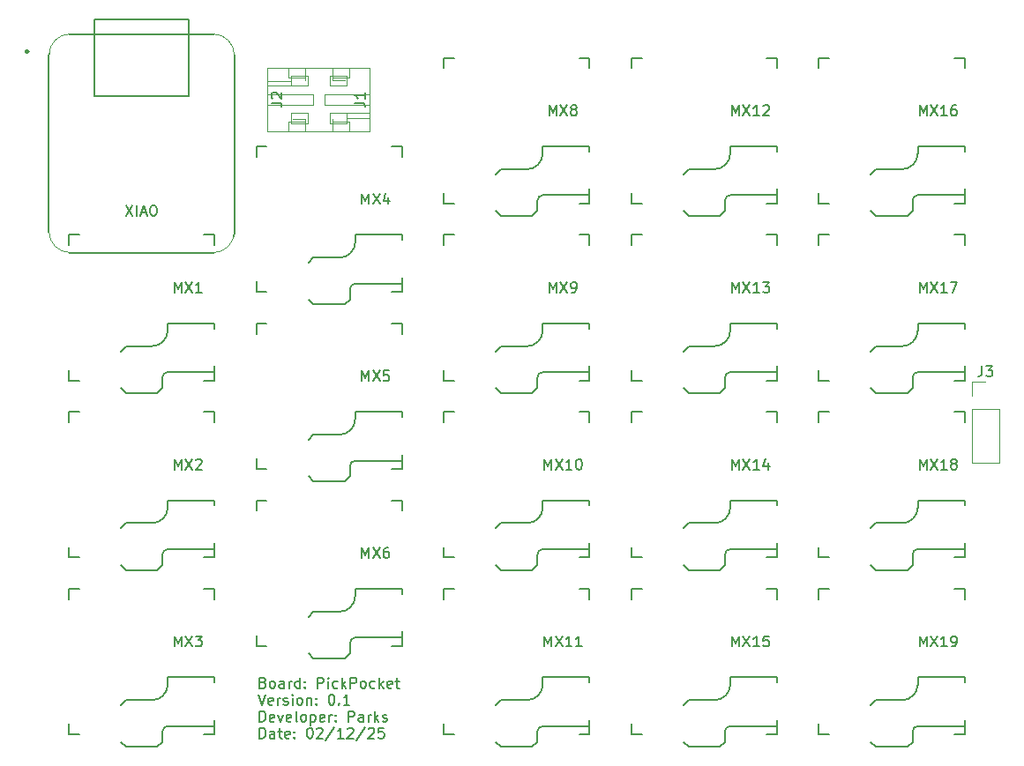
<source format=gbr>
%TF.GenerationSoftware,KiCad,Pcbnew,8.0.6*%
%TF.CreationDate,2025-02-12T16:48:57-05:00*%
%TF.ProjectId,PCB,5043422e-6b69-4636-9164-5f7063625858,rev?*%
%TF.SameCoordinates,Original*%
%TF.FileFunction,Legend,Top*%
%TF.FilePolarity,Positive*%
%FSLAX46Y46*%
G04 Gerber Fmt 4.6, Leading zero omitted, Abs format (unit mm)*
G04 Created by KiCad (PCBNEW 8.0.6) date 2025-02-12 16:48:57*
%MOMM*%
%LPD*%
G01*
G04 APERTURE LIST*
%ADD10C,0.150000*%
%ADD11C,0.120000*%
%ADD12C,0.127000*%
%ADD13C,0.254000*%
%ADD14C,0.025400*%
G04 APERTURE END LIST*
D10*
X47670112Y-87016177D02*
X47812969Y-87063796D01*
X47812969Y-87063796D02*
X47860588Y-87111415D01*
X47860588Y-87111415D02*
X47908207Y-87206653D01*
X47908207Y-87206653D02*
X47908207Y-87349510D01*
X47908207Y-87349510D02*
X47860588Y-87444748D01*
X47860588Y-87444748D02*
X47812969Y-87492368D01*
X47812969Y-87492368D02*
X47717731Y-87539987D01*
X47717731Y-87539987D02*
X47336779Y-87539987D01*
X47336779Y-87539987D02*
X47336779Y-86539987D01*
X47336779Y-86539987D02*
X47670112Y-86539987D01*
X47670112Y-86539987D02*
X47765350Y-86587606D01*
X47765350Y-86587606D02*
X47812969Y-86635225D01*
X47812969Y-86635225D02*
X47860588Y-86730463D01*
X47860588Y-86730463D02*
X47860588Y-86825701D01*
X47860588Y-86825701D02*
X47812969Y-86920939D01*
X47812969Y-86920939D02*
X47765350Y-86968558D01*
X47765350Y-86968558D02*
X47670112Y-87016177D01*
X47670112Y-87016177D02*
X47336779Y-87016177D01*
X48479636Y-87539987D02*
X48384398Y-87492368D01*
X48384398Y-87492368D02*
X48336779Y-87444748D01*
X48336779Y-87444748D02*
X48289160Y-87349510D01*
X48289160Y-87349510D02*
X48289160Y-87063796D01*
X48289160Y-87063796D02*
X48336779Y-86968558D01*
X48336779Y-86968558D02*
X48384398Y-86920939D01*
X48384398Y-86920939D02*
X48479636Y-86873320D01*
X48479636Y-86873320D02*
X48622493Y-86873320D01*
X48622493Y-86873320D02*
X48717731Y-86920939D01*
X48717731Y-86920939D02*
X48765350Y-86968558D01*
X48765350Y-86968558D02*
X48812969Y-87063796D01*
X48812969Y-87063796D02*
X48812969Y-87349510D01*
X48812969Y-87349510D02*
X48765350Y-87444748D01*
X48765350Y-87444748D02*
X48717731Y-87492368D01*
X48717731Y-87492368D02*
X48622493Y-87539987D01*
X48622493Y-87539987D02*
X48479636Y-87539987D01*
X49670112Y-87539987D02*
X49670112Y-87016177D01*
X49670112Y-87016177D02*
X49622493Y-86920939D01*
X49622493Y-86920939D02*
X49527255Y-86873320D01*
X49527255Y-86873320D02*
X49336779Y-86873320D01*
X49336779Y-86873320D02*
X49241541Y-86920939D01*
X49670112Y-87492368D02*
X49574874Y-87539987D01*
X49574874Y-87539987D02*
X49336779Y-87539987D01*
X49336779Y-87539987D02*
X49241541Y-87492368D01*
X49241541Y-87492368D02*
X49193922Y-87397129D01*
X49193922Y-87397129D02*
X49193922Y-87301891D01*
X49193922Y-87301891D02*
X49241541Y-87206653D01*
X49241541Y-87206653D02*
X49336779Y-87159034D01*
X49336779Y-87159034D02*
X49574874Y-87159034D01*
X49574874Y-87159034D02*
X49670112Y-87111415D01*
X50146303Y-87539987D02*
X50146303Y-86873320D01*
X50146303Y-87063796D02*
X50193922Y-86968558D01*
X50193922Y-86968558D02*
X50241541Y-86920939D01*
X50241541Y-86920939D02*
X50336779Y-86873320D01*
X50336779Y-86873320D02*
X50432017Y-86873320D01*
X51193922Y-87539987D02*
X51193922Y-86539987D01*
X51193922Y-87492368D02*
X51098684Y-87539987D01*
X51098684Y-87539987D02*
X50908208Y-87539987D01*
X50908208Y-87539987D02*
X50812970Y-87492368D01*
X50812970Y-87492368D02*
X50765351Y-87444748D01*
X50765351Y-87444748D02*
X50717732Y-87349510D01*
X50717732Y-87349510D02*
X50717732Y-87063796D01*
X50717732Y-87063796D02*
X50765351Y-86968558D01*
X50765351Y-86968558D02*
X50812970Y-86920939D01*
X50812970Y-86920939D02*
X50908208Y-86873320D01*
X50908208Y-86873320D02*
X51098684Y-86873320D01*
X51098684Y-86873320D02*
X51193922Y-86920939D01*
X51670113Y-87444748D02*
X51717732Y-87492368D01*
X51717732Y-87492368D02*
X51670113Y-87539987D01*
X51670113Y-87539987D02*
X51622494Y-87492368D01*
X51622494Y-87492368D02*
X51670113Y-87444748D01*
X51670113Y-87444748D02*
X51670113Y-87539987D01*
X51670113Y-86920939D02*
X51717732Y-86968558D01*
X51717732Y-86968558D02*
X51670113Y-87016177D01*
X51670113Y-87016177D02*
X51622494Y-86968558D01*
X51622494Y-86968558D02*
X51670113Y-86920939D01*
X51670113Y-86920939D02*
X51670113Y-87016177D01*
X52908208Y-87539987D02*
X52908208Y-86539987D01*
X52908208Y-86539987D02*
X53289160Y-86539987D01*
X53289160Y-86539987D02*
X53384398Y-86587606D01*
X53384398Y-86587606D02*
X53432017Y-86635225D01*
X53432017Y-86635225D02*
X53479636Y-86730463D01*
X53479636Y-86730463D02*
X53479636Y-86873320D01*
X53479636Y-86873320D02*
X53432017Y-86968558D01*
X53432017Y-86968558D02*
X53384398Y-87016177D01*
X53384398Y-87016177D02*
X53289160Y-87063796D01*
X53289160Y-87063796D02*
X52908208Y-87063796D01*
X53908208Y-87539987D02*
X53908208Y-86873320D01*
X53908208Y-86539987D02*
X53860589Y-86587606D01*
X53860589Y-86587606D02*
X53908208Y-86635225D01*
X53908208Y-86635225D02*
X53955827Y-86587606D01*
X53955827Y-86587606D02*
X53908208Y-86539987D01*
X53908208Y-86539987D02*
X53908208Y-86635225D01*
X54812969Y-87492368D02*
X54717731Y-87539987D01*
X54717731Y-87539987D02*
X54527255Y-87539987D01*
X54527255Y-87539987D02*
X54432017Y-87492368D01*
X54432017Y-87492368D02*
X54384398Y-87444748D01*
X54384398Y-87444748D02*
X54336779Y-87349510D01*
X54336779Y-87349510D02*
X54336779Y-87063796D01*
X54336779Y-87063796D02*
X54384398Y-86968558D01*
X54384398Y-86968558D02*
X54432017Y-86920939D01*
X54432017Y-86920939D02*
X54527255Y-86873320D01*
X54527255Y-86873320D02*
X54717731Y-86873320D01*
X54717731Y-86873320D02*
X54812969Y-86920939D01*
X55241541Y-87539987D02*
X55241541Y-86539987D01*
X55336779Y-87159034D02*
X55622493Y-87539987D01*
X55622493Y-86873320D02*
X55241541Y-87254272D01*
X56051065Y-87539987D02*
X56051065Y-86539987D01*
X56051065Y-86539987D02*
X56432017Y-86539987D01*
X56432017Y-86539987D02*
X56527255Y-86587606D01*
X56527255Y-86587606D02*
X56574874Y-86635225D01*
X56574874Y-86635225D02*
X56622493Y-86730463D01*
X56622493Y-86730463D02*
X56622493Y-86873320D01*
X56622493Y-86873320D02*
X56574874Y-86968558D01*
X56574874Y-86968558D02*
X56527255Y-87016177D01*
X56527255Y-87016177D02*
X56432017Y-87063796D01*
X56432017Y-87063796D02*
X56051065Y-87063796D01*
X57193922Y-87539987D02*
X57098684Y-87492368D01*
X57098684Y-87492368D02*
X57051065Y-87444748D01*
X57051065Y-87444748D02*
X57003446Y-87349510D01*
X57003446Y-87349510D02*
X57003446Y-87063796D01*
X57003446Y-87063796D02*
X57051065Y-86968558D01*
X57051065Y-86968558D02*
X57098684Y-86920939D01*
X57098684Y-86920939D02*
X57193922Y-86873320D01*
X57193922Y-86873320D02*
X57336779Y-86873320D01*
X57336779Y-86873320D02*
X57432017Y-86920939D01*
X57432017Y-86920939D02*
X57479636Y-86968558D01*
X57479636Y-86968558D02*
X57527255Y-87063796D01*
X57527255Y-87063796D02*
X57527255Y-87349510D01*
X57527255Y-87349510D02*
X57479636Y-87444748D01*
X57479636Y-87444748D02*
X57432017Y-87492368D01*
X57432017Y-87492368D02*
X57336779Y-87539987D01*
X57336779Y-87539987D02*
X57193922Y-87539987D01*
X58384398Y-87492368D02*
X58289160Y-87539987D01*
X58289160Y-87539987D02*
X58098684Y-87539987D01*
X58098684Y-87539987D02*
X58003446Y-87492368D01*
X58003446Y-87492368D02*
X57955827Y-87444748D01*
X57955827Y-87444748D02*
X57908208Y-87349510D01*
X57908208Y-87349510D02*
X57908208Y-87063796D01*
X57908208Y-87063796D02*
X57955827Y-86968558D01*
X57955827Y-86968558D02*
X58003446Y-86920939D01*
X58003446Y-86920939D02*
X58098684Y-86873320D01*
X58098684Y-86873320D02*
X58289160Y-86873320D01*
X58289160Y-86873320D02*
X58384398Y-86920939D01*
X58812970Y-87539987D02*
X58812970Y-86539987D01*
X58908208Y-87159034D02*
X59193922Y-87539987D01*
X59193922Y-86873320D02*
X58812970Y-87254272D01*
X60003446Y-87492368D02*
X59908208Y-87539987D01*
X59908208Y-87539987D02*
X59717732Y-87539987D01*
X59717732Y-87539987D02*
X59622494Y-87492368D01*
X59622494Y-87492368D02*
X59574875Y-87397129D01*
X59574875Y-87397129D02*
X59574875Y-87016177D01*
X59574875Y-87016177D02*
X59622494Y-86920939D01*
X59622494Y-86920939D02*
X59717732Y-86873320D01*
X59717732Y-86873320D02*
X59908208Y-86873320D01*
X59908208Y-86873320D02*
X60003446Y-86920939D01*
X60003446Y-86920939D02*
X60051065Y-87016177D01*
X60051065Y-87016177D02*
X60051065Y-87111415D01*
X60051065Y-87111415D02*
X59574875Y-87206653D01*
X60336780Y-86873320D02*
X60717732Y-86873320D01*
X60479637Y-86539987D02*
X60479637Y-87397129D01*
X60479637Y-87397129D02*
X60527256Y-87492368D01*
X60527256Y-87492368D02*
X60622494Y-87539987D01*
X60622494Y-87539987D02*
X60717732Y-87539987D01*
X47193922Y-88149931D02*
X47527255Y-89149931D01*
X47527255Y-89149931D02*
X47860588Y-88149931D01*
X48574874Y-89102312D02*
X48479636Y-89149931D01*
X48479636Y-89149931D02*
X48289160Y-89149931D01*
X48289160Y-89149931D02*
X48193922Y-89102312D01*
X48193922Y-89102312D02*
X48146303Y-89007073D01*
X48146303Y-89007073D02*
X48146303Y-88626121D01*
X48146303Y-88626121D02*
X48193922Y-88530883D01*
X48193922Y-88530883D02*
X48289160Y-88483264D01*
X48289160Y-88483264D02*
X48479636Y-88483264D01*
X48479636Y-88483264D02*
X48574874Y-88530883D01*
X48574874Y-88530883D02*
X48622493Y-88626121D01*
X48622493Y-88626121D02*
X48622493Y-88721359D01*
X48622493Y-88721359D02*
X48146303Y-88816597D01*
X49051065Y-89149931D02*
X49051065Y-88483264D01*
X49051065Y-88673740D02*
X49098684Y-88578502D01*
X49098684Y-88578502D02*
X49146303Y-88530883D01*
X49146303Y-88530883D02*
X49241541Y-88483264D01*
X49241541Y-88483264D02*
X49336779Y-88483264D01*
X49622494Y-89102312D02*
X49717732Y-89149931D01*
X49717732Y-89149931D02*
X49908208Y-89149931D01*
X49908208Y-89149931D02*
X50003446Y-89102312D01*
X50003446Y-89102312D02*
X50051065Y-89007073D01*
X50051065Y-89007073D02*
X50051065Y-88959454D01*
X50051065Y-88959454D02*
X50003446Y-88864216D01*
X50003446Y-88864216D02*
X49908208Y-88816597D01*
X49908208Y-88816597D02*
X49765351Y-88816597D01*
X49765351Y-88816597D02*
X49670113Y-88768978D01*
X49670113Y-88768978D02*
X49622494Y-88673740D01*
X49622494Y-88673740D02*
X49622494Y-88626121D01*
X49622494Y-88626121D02*
X49670113Y-88530883D01*
X49670113Y-88530883D02*
X49765351Y-88483264D01*
X49765351Y-88483264D02*
X49908208Y-88483264D01*
X49908208Y-88483264D02*
X50003446Y-88530883D01*
X50479637Y-89149931D02*
X50479637Y-88483264D01*
X50479637Y-88149931D02*
X50432018Y-88197550D01*
X50432018Y-88197550D02*
X50479637Y-88245169D01*
X50479637Y-88245169D02*
X50527256Y-88197550D01*
X50527256Y-88197550D02*
X50479637Y-88149931D01*
X50479637Y-88149931D02*
X50479637Y-88245169D01*
X51098684Y-89149931D02*
X51003446Y-89102312D01*
X51003446Y-89102312D02*
X50955827Y-89054692D01*
X50955827Y-89054692D02*
X50908208Y-88959454D01*
X50908208Y-88959454D02*
X50908208Y-88673740D01*
X50908208Y-88673740D02*
X50955827Y-88578502D01*
X50955827Y-88578502D02*
X51003446Y-88530883D01*
X51003446Y-88530883D02*
X51098684Y-88483264D01*
X51098684Y-88483264D02*
X51241541Y-88483264D01*
X51241541Y-88483264D02*
X51336779Y-88530883D01*
X51336779Y-88530883D02*
X51384398Y-88578502D01*
X51384398Y-88578502D02*
X51432017Y-88673740D01*
X51432017Y-88673740D02*
X51432017Y-88959454D01*
X51432017Y-88959454D02*
X51384398Y-89054692D01*
X51384398Y-89054692D02*
X51336779Y-89102312D01*
X51336779Y-89102312D02*
X51241541Y-89149931D01*
X51241541Y-89149931D02*
X51098684Y-89149931D01*
X51860589Y-88483264D02*
X51860589Y-89149931D01*
X51860589Y-88578502D02*
X51908208Y-88530883D01*
X51908208Y-88530883D02*
X52003446Y-88483264D01*
X52003446Y-88483264D02*
X52146303Y-88483264D01*
X52146303Y-88483264D02*
X52241541Y-88530883D01*
X52241541Y-88530883D02*
X52289160Y-88626121D01*
X52289160Y-88626121D02*
X52289160Y-89149931D01*
X52765351Y-89054692D02*
X52812970Y-89102312D01*
X52812970Y-89102312D02*
X52765351Y-89149931D01*
X52765351Y-89149931D02*
X52717732Y-89102312D01*
X52717732Y-89102312D02*
X52765351Y-89054692D01*
X52765351Y-89054692D02*
X52765351Y-89149931D01*
X52765351Y-88530883D02*
X52812970Y-88578502D01*
X52812970Y-88578502D02*
X52765351Y-88626121D01*
X52765351Y-88626121D02*
X52717732Y-88578502D01*
X52717732Y-88578502D02*
X52765351Y-88530883D01*
X52765351Y-88530883D02*
X52765351Y-88626121D01*
X54193922Y-88149931D02*
X54289160Y-88149931D01*
X54289160Y-88149931D02*
X54384398Y-88197550D01*
X54384398Y-88197550D02*
X54432017Y-88245169D01*
X54432017Y-88245169D02*
X54479636Y-88340407D01*
X54479636Y-88340407D02*
X54527255Y-88530883D01*
X54527255Y-88530883D02*
X54527255Y-88768978D01*
X54527255Y-88768978D02*
X54479636Y-88959454D01*
X54479636Y-88959454D02*
X54432017Y-89054692D01*
X54432017Y-89054692D02*
X54384398Y-89102312D01*
X54384398Y-89102312D02*
X54289160Y-89149931D01*
X54289160Y-89149931D02*
X54193922Y-89149931D01*
X54193922Y-89149931D02*
X54098684Y-89102312D01*
X54098684Y-89102312D02*
X54051065Y-89054692D01*
X54051065Y-89054692D02*
X54003446Y-88959454D01*
X54003446Y-88959454D02*
X53955827Y-88768978D01*
X53955827Y-88768978D02*
X53955827Y-88530883D01*
X53955827Y-88530883D02*
X54003446Y-88340407D01*
X54003446Y-88340407D02*
X54051065Y-88245169D01*
X54051065Y-88245169D02*
X54098684Y-88197550D01*
X54098684Y-88197550D02*
X54193922Y-88149931D01*
X54955827Y-89054692D02*
X55003446Y-89102312D01*
X55003446Y-89102312D02*
X54955827Y-89149931D01*
X54955827Y-89149931D02*
X54908208Y-89102312D01*
X54908208Y-89102312D02*
X54955827Y-89054692D01*
X54955827Y-89054692D02*
X54955827Y-89149931D01*
X55955826Y-89149931D02*
X55384398Y-89149931D01*
X55670112Y-89149931D02*
X55670112Y-88149931D01*
X55670112Y-88149931D02*
X55574874Y-88292788D01*
X55574874Y-88292788D02*
X55479636Y-88388026D01*
X55479636Y-88388026D02*
X55384398Y-88435645D01*
X47336779Y-90759875D02*
X47336779Y-89759875D01*
X47336779Y-89759875D02*
X47574874Y-89759875D01*
X47574874Y-89759875D02*
X47717731Y-89807494D01*
X47717731Y-89807494D02*
X47812969Y-89902732D01*
X47812969Y-89902732D02*
X47860588Y-89997970D01*
X47860588Y-89997970D02*
X47908207Y-90188446D01*
X47908207Y-90188446D02*
X47908207Y-90331303D01*
X47908207Y-90331303D02*
X47860588Y-90521779D01*
X47860588Y-90521779D02*
X47812969Y-90617017D01*
X47812969Y-90617017D02*
X47717731Y-90712256D01*
X47717731Y-90712256D02*
X47574874Y-90759875D01*
X47574874Y-90759875D02*
X47336779Y-90759875D01*
X48717731Y-90712256D02*
X48622493Y-90759875D01*
X48622493Y-90759875D02*
X48432017Y-90759875D01*
X48432017Y-90759875D02*
X48336779Y-90712256D01*
X48336779Y-90712256D02*
X48289160Y-90617017D01*
X48289160Y-90617017D02*
X48289160Y-90236065D01*
X48289160Y-90236065D02*
X48336779Y-90140827D01*
X48336779Y-90140827D02*
X48432017Y-90093208D01*
X48432017Y-90093208D02*
X48622493Y-90093208D01*
X48622493Y-90093208D02*
X48717731Y-90140827D01*
X48717731Y-90140827D02*
X48765350Y-90236065D01*
X48765350Y-90236065D02*
X48765350Y-90331303D01*
X48765350Y-90331303D02*
X48289160Y-90426541D01*
X49098684Y-90093208D02*
X49336779Y-90759875D01*
X49336779Y-90759875D02*
X49574874Y-90093208D01*
X50336779Y-90712256D02*
X50241541Y-90759875D01*
X50241541Y-90759875D02*
X50051065Y-90759875D01*
X50051065Y-90759875D02*
X49955827Y-90712256D01*
X49955827Y-90712256D02*
X49908208Y-90617017D01*
X49908208Y-90617017D02*
X49908208Y-90236065D01*
X49908208Y-90236065D02*
X49955827Y-90140827D01*
X49955827Y-90140827D02*
X50051065Y-90093208D01*
X50051065Y-90093208D02*
X50241541Y-90093208D01*
X50241541Y-90093208D02*
X50336779Y-90140827D01*
X50336779Y-90140827D02*
X50384398Y-90236065D01*
X50384398Y-90236065D02*
X50384398Y-90331303D01*
X50384398Y-90331303D02*
X49908208Y-90426541D01*
X50955827Y-90759875D02*
X50860589Y-90712256D01*
X50860589Y-90712256D02*
X50812970Y-90617017D01*
X50812970Y-90617017D02*
X50812970Y-89759875D01*
X51479637Y-90759875D02*
X51384399Y-90712256D01*
X51384399Y-90712256D02*
X51336780Y-90664636D01*
X51336780Y-90664636D02*
X51289161Y-90569398D01*
X51289161Y-90569398D02*
X51289161Y-90283684D01*
X51289161Y-90283684D02*
X51336780Y-90188446D01*
X51336780Y-90188446D02*
X51384399Y-90140827D01*
X51384399Y-90140827D02*
X51479637Y-90093208D01*
X51479637Y-90093208D02*
X51622494Y-90093208D01*
X51622494Y-90093208D02*
X51717732Y-90140827D01*
X51717732Y-90140827D02*
X51765351Y-90188446D01*
X51765351Y-90188446D02*
X51812970Y-90283684D01*
X51812970Y-90283684D02*
X51812970Y-90569398D01*
X51812970Y-90569398D02*
X51765351Y-90664636D01*
X51765351Y-90664636D02*
X51717732Y-90712256D01*
X51717732Y-90712256D02*
X51622494Y-90759875D01*
X51622494Y-90759875D02*
X51479637Y-90759875D01*
X52241542Y-90093208D02*
X52241542Y-91093208D01*
X52241542Y-90140827D02*
X52336780Y-90093208D01*
X52336780Y-90093208D02*
X52527256Y-90093208D01*
X52527256Y-90093208D02*
X52622494Y-90140827D01*
X52622494Y-90140827D02*
X52670113Y-90188446D01*
X52670113Y-90188446D02*
X52717732Y-90283684D01*
X52717732Y-90283684D02*
X52717732Y-90569398D01*
X52717732Y-90569398D02*
X52670113Y-90664636D01*
X52670113Y-90664636D02*
X52622494Y-90712256D01*
X52622494Y-90712256D02*
X52527256Y-90759875D01*
X52527256Y-90759875D02*
X52336780Y-90759875D01*
X52336780Y-90759875D02*
X52241542Y-90712256D01*
X53527256Y-90712256D02*
X53432018Y-90759875D01*
X53432018Y-90759875D02*
X53241542Y-90759875D01*
X53241542Y-90759875D02*
X53146304Y-90712256D01*
X53146304Y-90712256D02*
X53098685Y-90617017D01*
X53098685Y-90617017D02*
X53098685Y-90236065D01*
X53098685Y-90236065D02*
X53146304Y-90140827D01*
X53146304Y-90140827D02*
X53241542Y-90093208D01*
X53241542Y-90093208D02*
X53432018Y-90093208D01*
X53432018Y-90093208D02*
X53527256Y-90140827D01*
X53527256Y-90140827D02*
X53574875Y-90236065D01*
X53574875Y-90236065D02*
X53574875Y-90331303D01*
X53574875Y-90331303D02*
X53098685Y-90426541D01*
X54003447Y-90759875D02*
X54003447Y-90093208D01*
X54003447Y-90283684D02*
X54051066Y-90188446D01*
X54051066Y-90188446D02*
X54098685Y-90140827D01*
X54098685Y-90140827D02*
X54193923Y-90093208D01*
X54193923Y-90093208D02*
X54289161Y-90093208D01*
X54622495Y-90664636D02*
X54670114Y-90712256D01*
X54670114Y-90712256D02*
X54622495Y-90759875D01*
X54622495Y-90759875D02*
X54574876Y-90712256D01*
X54574876Y-90712256D02*
X54622495Y-90664636D01*
X54622495Y-90664636D02*
X54622495Y-90759875D01*
X54622495Y-90140827D02*
X54670114Y-90188446D01*
X54670114Y-90188446D02*
X54622495Y-90236065D01*
X54622495Y-90236065D02*
X54574876Y-90188446D01*
X54574876Y-90188446D02*
X54622495Y-90140827D01*
X54622495Y-90140827D02*
X54622495Y-90236065D01*
X55860590Y-90759875D02*
X55860590Y-89759875D01*
X55860590Y-89759875D02*
X56241542Y-89759875D01*
X56241542Y-89759875D02*
X56336780Y-89807494D01*
X56336780Y-89807494D02*
X56384399Y-89855113D01*
X56384399Y-89855113D02*
X56432018Y-89950351D01*
X56432018Y-89950351D02*
X56432018Y-90093208D01*
X56432018Y-90093208D02*
X56384399Y-90188446D01*
X56384399Y-90188446D02*
X56336780Y-90236065D01*
X56336780Y-90236065D02*
X56241542Y-90283684D01*
X56241542Y-90283684D02*
X55860590Y-90283684D01*
X57289161Y-90759875D02*
X57289161Y-90236065D01*
X57289161Y-90236065D02*
X57241542Y-90140827D01*
X57241542Y-90140827D02*
X57146304Y-90093208D01*
X57146304Y-90093208D02*
X56955828Y-90093208D01*
X56955828Y-90093208D02*
X56860590Y-90140827D01*
X57289161Y-90712256D02*
X57193923Y-90759875D01*
X57193923Y-90759875D02*
X56955828Y-90759875D01*
X56955828Y-90759875D02*
X56860590Y-90712256D01*
X56860590Y-90712256D02*
X56812971Y-90617017D01*
X56812971Y-90617017D02*
X56812971Y-90521779D01*
X56812971Y-90521779D02*
X56860590Y-90426541D01*
X56860590Y-90426541D02*
X56955828Y-90378922D01*
X56955828Y-90378922D02*
X57193923Y-90378922D01*
X57193923Y-90378922D02*
X57289161Y-90331303D01*
X57765352Y-90759875D02*
X57765352Y-90093208D01*
X57765352Y-90283684D02*
X57812971Y-90188446D01*
X57812971Y-90188446D02*
X57860590Y-90140827D01*
X57860590Y-90140827D02*
X57955828Y-90093208D01*
X57955828Y-90093208D02*
X58051066Y-90093208D01*
X58384400Y-90759875D02*
X58384400Y-89759875D01*
X58479638Y-90378922D02*
X58765352Y-90759875D01*
X58765352Y-90093208D02*
X58384400Y-90474160D01*
X59146305Y-90712256D02*
X59241543Y-90759875D01*
X59241543Y-90759875D02*
X59432019Y-90759875D01*
X59432019Y-90759875D02*
X59527257Y-90712256D01*
X59527257Y-90712256D02*
X59574876Y-90617017D01*
X59574876Y-90617017D02*
X59574876Y-90569398D01*
X59574876Y-90569398D02*
X59527257Y-90474160D01*
X59527257Y-90474160D02*
X59432019Y-90426541D01*
X59432019Y-90426541D02*
X59289162Y-90426541D01*
X59289162Y-90426541D02*
X59193924Y-90378922D01*
X59193924Y-90378922D02*
X59146305Y-90283684D01*
X59146305Y-90283684D02*
X59146305Y-90236065D01*
X59146305Y-90236065D02*
X59193924Y-90140827D01*
X59193924Y-90140827D02*
X59289162Y-90093208D01*
X59289162Y-90093208D02*
X59432019Y-90093208D01*
X59432019Y-90093208D02*
X59527257Y-90140827D01*
X47336779Y-92369819D02*
X47336779Y-91369819D01*
X47336779Y-91369819D02*
X47574874Y-91369819D01*
X47574874Y-91369819D02*
X47717731Y-91417438D01*
X47717731Y-91417438D02*
X47812969Y-91512676D01*
X47812969Y-91512676D02*
X47860588Y-91607914D01*
X47860588Y-91607914D02*
X47908207Y-91798390D01*
X47908207Y-91798390D02*
X47908207Y-91941247D01*
X47908207Y-91941247D02*
X47860588Y-92131723D01*
X47860588Y-92131723D02*
X47812969Y-92226961D01*
X47812969Y-92226961D02*
X47717731Y-92322200D01*
X47717731Y-92322200D02*
X47574874Y-92369819D01*
X47574874Y-92369819D02*
X47336779Y-92369819D01*
X48765350Y-92369819D02*
X48765350Y-91846009D01*
X48765350Y-91846009D02*
X48717731Y-91750771D01*
X48717731Y-91750771D02*
X48622493Y-91703152D01*
X48622493Y-91703152D02*
X48432017Y-91703152D01*
X48432017Y-91703152D02*
X48336779Y-91750771D01*
X48765350Y-92322200D02*
X48670112Y-92369819D01*
X48670112Y-92369819D02*
X48432017Y-92369819D01*
X48432017Y-92369819D02*
X48336779Y-92322200D01*
X48336779Y-92322200D02*
X48289160Y-92226961D01*
X48289160Y-92226961D02*
X48289160Y-92131723D01*
X48289160Y-92131723D02*
X48336779Y-92036485D01*
X48336779Y-92036485D02*
X48432017Y-91988866D01*
X48432017Y-91988866D02*
X48670112Y-91988866D01*
X48670112Y-91988866D02*
X48765350Y-91941247D01*
X49098684Y-91703152D02*
X49479636Y-91703152D01*
X49241541Y-91369819D02*
X49241541Y-92226961D01*
X49241541Y-92226961D02*
X49289160Y-92322200D01*
X49289160Y-92322200D02*
X49384398Y-92369819D01*
X49384398Y-92369819D02*
X49479636Y-92369819D01*
X50193922Y-92322200D02*
X50098684Y-92369819D01*
X50098684Y-92369819D02*
X49908208Y-92369819D01*
X49908208Y-92369819D02*
X49812970Y-92322200D01*
X49812970Y-92322200D02*
X49765351Y-92226961D01*
X49765351Y-92226961D02*
X49765351Y-91846009D01*
X49765351Y-91846009D02*
X49812970Y-91750771D01*
X49812970Y-91750771D02*
X49908208Y-91703152D01*
X49908208Y-91703152D02*
X50098684Y-91703152D01*
X50098684Y-91703152D02*
X50193922Y-91750771D01*
X50193922Y-91750771D02*
X50241541Y-91846009D01*
X50241541Y-91846009D02*
X50241541Y-91941247D01*
X50241541Y-91941247D02*
X49765351Y-92036485D01*
X50670113Y-92274580D02*
X50717732Y-92322200D01*
X50717732Y-92322200D02*
X50670113Y-92369819D01*
X50670113Y-92369819D02*
X50622494Y-92322200D01*
X50622494Y-92322200D02*
X50670113Y-92274580D01*
X50670113Y-92274580D02*
X50670113Y-92369819D01*
X50670113Y-91750771D02*
X50717732Y-91798390D01*
X50717732Y-91798390D02*
X50670113Y-91846009D01*
X50670113Y-91846009D02*
X50622494Y-91798390D01*
X50622494Y-91798390D02*
X50670113Y-91750771D01*
X50670113Y-91750771D02*
X50670113Y-91846009D01*
X52098684Y-91369819D02*
X52193922Y-91369819D01*
X52193922Y-91369819D02*
X52289160Y-91417438D01*
X52289160Y-91417438D02*
X52336779Y-91465057D01*
X52336779Y-91465057D02*
X52384398Y-91560295D01*
X52384398Y-91560295D02*
X52432017Y-91750771D01*
X52432017Y-91750771D02*
X52432017Y-91988866D01*
X52432017Y-91988866D02*
X52384398Y-92179342D01*
X52384398Y-92179342D02*
X52336779Y-92274580D01*
X52336779Y-92274580D02*
X52289160Y-92322200D01*
X52289160Y-92322200D02*
X52193922Y-92369819D01*
X52193922Y-92369819D02*
X52098684Y-92369819D01*
X52098684Y-92369819D02*
X52003446Y-92322200D01*
X52003446Y-92322200D02*
X51955827Y-92274580D01*
X51955827Y-92274580D02*
X51908208Y-92179342D01*
X51908208Y-92179342D02*
X51860589Y-91988866D01*
X51860589Y-91988866D02*
X51860589Y-91750771D01*
X51860589Y-91750771D02*
X51908208Y-91560295D01*
X51908208Y-91560295D02*
X51955827Y-91465057D01*
X51955827Y-91465057D02*
X52003446Y-91417438D01*
X52003446Y-91417438D02*
X52098684Y-91369819D01*
X52812970Y-91465057D02*
X52860589Y-91417438D01*
X52860589Y-91417438D02*
X52955827Y-91369819D01*
X52955827Y-91369819D02*
X53193922Y-91369819D01*
X53193922Y-91369819D02*
X53289160Y-91417438D01*
X53289160Y-91417438D02*
X53336779Y-91465057D01*
X53336779Y-91465057D02*
X53384398Y-91560295D01*
X53384398Y-91560295D02*
X53384398Y-91655533D01*
X53384398Y-91655533D02*
X53336779Y-91798390D01*
X53336779Y-91798390D02*
X52765351Y-92369819D01*
X52765351Y-92369819D02*
X53384398Y-92369819D01*
X54527255Y-91322200D02*
X53670113Y-92607914D01*
X55384398Y-92369819D02*
X54812970Y-92369819D01*
X55098684Y-92369819D02*
X55098684Y-91369819D01*
X55098684Y-91369819D02*
X55003446Y-91512676D01*
X55003446Y-91512676D02*
X54908208Y-91607914D01*
X54908208Y-91607914D02*
X54812970Y-91655533D01*
X55765351Y-91465057D02*
X55812970Y-91417438D01*
X55812970Y-91417438D02*
X55908208Y-91369819D01*
X55908208Y-91369819D02*
X56146303Y-91369819D01*
X56146303Y-91369819D02*
X56241541Y-91417438D01*
X56241541Y-91417438D02*
X56289160Y-91465057D01*
X56289160Y-91465057D02*
X56336779Y-91560295D01*
X56336779Y-91560295D02*
X56336779Y-91655533D01*
X56336779Y-91655533D02*
X56289160Y-91798390D01*
X56289160Y-91798390D02*
X55717732Y-92369819D01*
X55717732Y-92369819D02*
X56336779Y-92369819D01*
X57479636Y-91322200D02*
X56622494Y-92607914D01*
X57765351Y-91465057D02*
X57812970Y-91417438D01*
X57812970Y-91417438D02*
X57908208Y-91369819D01*
X57908208Y-91369819D02*
X58146303Y-91369819D01*
X58146303Y-91369819D02*
X58241541Y-91417438D01*
X58241541Y-91417438D02*
X58289160Y-91465057D01*
X58289160Y-91465057D02*
X58336779Y-91560295D01*
X58336779Y-91560295D02*
X58336779Y-91655533D01*
X58336779Y-91655533D02*
X58289160Y-91798390D01*
X58289160Y-91798390D02*
X57717732Y-92369819D01*
X57717732Y-92369819D02*
X58336779Y-92369819D01*
X59241541Y-91369819D02*
X58765351Y-91369819D01*
X58765351Y-91369819D02*
X58717732Y-91846009D01*
X58717732Y-91846009D02*
X58765351Y-91798390D01*
X58765351Y-91798390D02*
X58860589Y-91750771D01*
X58860589Y-91750771D02*
X59098684Y-91750771D01*
X59098684Y-91750771D02*
X59193922Y-91798390D01*
X59193922Y-91798390D02*
X59241541Y-91846009D01*
X59241541Y-91846009D02*
X59289160Y-91941247D01*
X59289160Y-91941247D02*
X59289160Y-92179342D01*
X59289160Y-92179342D02*
X59241541Y-92274580D01*
X59241541Y-92274580D02*
X59193922Y-92322200D01*
X59193922Y-92322200D02*
X59098684Y-92369819D01*
X59098684Y-92369819D02*
X58860589Y-92369819D01*
X58860589Y-92369819D02*
X58765351Y-92322200D01*
X58765351Y-92322200D02*
X58717732Y-92274580D01*
X116666666Y-56599819D02*
X116666666Y-57314104D01*
X116666666Y-57314104D02*
X116619047Y-57456961D01*
X116619047Y-57456961D02*
X116523809Y-57552200D01*
X116523809Y-57552200D02*
X116380952Y-57599819D01*
X116380952Y-57599819D02*
X116285714Y-57599819D01*
X117047619Y-56599819D02*
X117666666Y-56599819D01*
X117666666Y-56599819D02*
X117333333Y-56980771D01*
X117333333Y-56980771D02*
X117476190Y-56980771D01*
X117476190Y-56980771D02*
X117571428Y-57028390D01*
X117571428Y-57028390D02*
X117619047Y-57076009D01*
X117619047Y-57076009D02*
X117666666Y-57171247D01*
X117666666Y-57171247D02*
X117666666Y-57409342D01*
X117666666Y-57409342D02*
X117619047Y-57504580D01*
X117619047Y-57504580D02*
X117571428Y-57552200D01*
X117571428Y-57552200D02*
X117476190Y-57599819D01*
X117476190Y-57599819D02*
X117190476Y-57599819D01*
X117190476Y-57599819D02*
X117095238Y-57552200D01*
X117095238Y-57552200D02*
X117047619Y-57504580D01*
X57159286Y-58049819D02*
X57159286Y-57049819D01*
X57159286Y-57049819D02*
X57492619Y-57764104D01*
X57492619Y-57764104D02*
X57825952Y-57049819D01*
X57825952Y-57049819D02*
X57825952Y-58049819D01*
X58206905Y-57049819D02*
X58873571Y-58049819D01*
X58873571Y-57049819D02*
X58206905Y-58049819D01*
X59730714Y-57049819D02*
X59254524Y-57049819D01*
X59254524Y-57049819D02*
X59206905Y-57526009D01*
X59206905Y-57526009D02*
X59254524Y-57478390D01*
X59254524Y-57478390D02*
X59349762Y-57430771D01*
X59349762Y-57430771D02*
X59587857Y-57430771D01*
X59587857Y-57430771D02*
X59683095Y-57478390D01*
X59683095Y-57478390D02*
X59730714Y-57526009D01*
X59730714Y-57526009D02*
X59778333Y-57621247D01*
X59778333Y-57621247D02*
X59778333Y-57859342D01*
X59778333Y-57859342D02*
X59730714Y-57954580D01*
X59730714Y-57954580D02*
X59683095Y-58002200D01*
X59683095Y-58002200D02*
X59587857Y-58049819D01*
X59587857Y-58049819D02*
X59349762Y-58049819D01*
X59349762Y-58049819D02*
X59254524Y-58002200D01*
X59254524Y-58002200D02*
X59206905Y-57954580D01*
X92683095Y-83549819D02*
X92683095Y-82549819D01*
X92683095Y-82549819D02*
X93016428Y-83264104D01*
X93016428Y-83264104D02*
X93349761Y-82549819D01*
X93349761Y-82549819D02*
X93349761Y-83549819D01*
X93730714Y-82549819D02*
X94397380Y-83549819D01*
X94397380Y-82549819D02*
X93730714Y-83549819D01*
X95302142Y-83549819D02*
X94730714Y-83549819D01*
X95016428Y-83549819D02*
X95016428Y-82549819D01*
X95016428Y-82549819D02*
X94921190Y-82692676D01*
X94921190Y-82692676D02*
X94825952Y-82787914D01*
X94825952Y-82787914D02*
X94730714Y-82835533D01*
X96206904Y-82549819D02*
X95730714Y-82549819D01*
X95730714Y-82549819D02*
X95683095Y-83026009D01*
X95683095Y-83026009D02*
X95730714Y-82978390D01*
X95730714Y-82978390D02*
X95825952Y-82930771D01*
X95825952Y-82930771D02*
X96064047Y-82930771D01*
X96064047Y-82930771D02*
X96159285Y-82978390D01*
X96159285Y-82978390D02*
X96206904Y-83026009D01*
X96206904Y-83026009D02*
X96254523Y-83121247D01*
X96254523Y-83121247D02*
X96254523Y-83359342D01*
X96254523Y-83359342D02*
X96206904Y-83454580D01*
X96206904Y-83454580D02*
X96159285Y-83502200D01*
X96159285Y-83502200D02*
X96064047Y-83549819D01*
X96064047Y-83549819D02*
X95825952Y-83549819D01*
X95825952Y-83549819D02*
X95730714Y-83502200D01*
X95730714Y-83502200D02*
X95683095Y-83454580D01*
X39159286Y-66549819D02*
X39159286Y-65549819D01*
X39159286Y-65549819D02*
X39492619Y-66264104D01*
X39492619Y-66264104D02*
X39825952Y-65549819D01*
X39825952Y-65549819D02*
X39825952Y-66549819D01*
X40206905Y-65549819D02*
X40873571Y-66549819D01*
X40873571Y-65549819D02*
X40206905Y-66549819D01*
X41206905Y-65645057D02*
X41254524Y-65597438D01*
X41254524Y-65597438D02*
X41349762Y-65549819D01*
X41349762Y-65549819D02*
X41587857Y-65549819D01*
X41587857Y-65549819D02*
X41683095Y-65597438D01*
X41683095Y-65597438D02*
X41730714Y-65645057D01*
X41730714Y-65645057D02*
X41778333Y-65740295D01*
X41778333Y-65740295D02*
X41778333Y-65835533D01*
X41778333Y-65835533D02*
X41730714Y-65978390D01*
X41730714Y-65978390D02*
X41159286Y-66549819D01*
X41159286Y-66549819D02*
X41778333Y-66549819D01*
X34476191Y-41166834D02*
X35142857Y-42166834D01*
X35142857Y-41166834D02*
X34476191Y-42166834D01*
X35523810Y-42166834D02*
X35523810Y-41166834D01*
X35952381Y-41881119D02*
X36428571Y-41881119D01*
X35857143Y-42166834D02*
X36190476Y-41166834D01*
X36190476Y-41166834D02*
X36523809Y-42166834D01*
X37047619Y-41166834D02*
X37238095Y-41166834D01*
X37238095Y-41166834D02*
X37333333Y-41214453D01*
X37333333Y-41214453D02*
X37428571Y-41309691D01*
X37428571Y-41309691D02*
X37476190Y-41500167D01*
X37476190Y-41500167D02*
X37476190Y-41833500D01*
X37476190Y-41833500D02*
X37428571Y-42023976D01*
X37428571Y-42023976D02*
X37333333Y-42119215D01*
X37333333Y-42119215D02*
X37238095Y-42166834D01*
X37238095Y-42166834D02*
X37047619Y-42166834D01*
X37047619Y-42166834D02*
X36952381Y-42119215D01*
X36952381Y-42119215D02*
X36857143Y-42023976D01*
X36857143Y-42023976D02*
X36809524Y-41833500D01*
X36809524Y-41833500D02*
X36809524Y-41500167D01*
X36809524Y-41500167D02*
X36857143Y-41309691D01*
X36857143Y-41309691D02*
X36952381Y-41214453D01*
X36952381Y-41214453D02*
X37047619Y-41166834D01*
X74683095Y-66549819D02*
X74683095Y-65549819D01*
X74683095Y-65549819D02*
X75016428Y-66264104D01*
X75016428Y-66264104D02*
X75349761Y-65549819D01*
X75349761Y-65549819D02*
X75349761Y-66549819D01*
X75730714Y-65549819D02*
X76397380Y-66549819D01*
X76397380Y-65549819D02*
X75730714Y-66549819D01*
X77302142Y-66549819D02*
X76730714Y-66549819D01*
X77016428Y-66549819D02*
X77016428Y-65549819D01*
X77016428Y-65549819D02*
X76921190Y-65692676D01*
X76921190Y-65692676D02*
X76825952Y-65787914D01*
X76825952Y-65787914D02*
X76730714Y-65835533D01*
X77921190Y-65549819D02*
X78016428Y-65549819D01*
X78016428Y-65549819D02*
X78111666Y-65597438D01*
X78111666Y-65597438D02*
X78159285Y-65645057D01*
X78159285Y-65645057D02*
X78206904Y-65740295D01*
X78206904Y-65740295D02*
X78254523Y-65930771D01*
X78254523Y-65930771D02*
X78254523Y-66168866D01*
X78254523Y-66168866D02*
X78206904Y-66359342D01*
X78206904Y-66359342D02*
X78159285Y-66454580D01*
X78159285Y-66454580D02*
X78111666Y-66502200D01*
X78111666Y-66502200D02*
X78016428Y-66549819D01*
X78016428Y-66549819D02*
X77921190Y-66549819D01*
X77921190Y-66549819D02*
X77825952Y-66502200D01*
X77825952Y-66502200D02*
X77778333Y-66454580D01*
X77778333Y-66454580D02*
X77730714Y-66359342D01*
X77730714Y-66359342D02*
X77683095Y-66168866D01*
X77683095Y-66168866D02*
X77683095Y-65930771D01*
X77683095Y-65930771D02*
X77730714Y-65740295D01*
X77730714Y-65740295D02*
X77778333Y-65645057D01*
X77778333Y-65645057D02*
X77825952Y-65597438D01*
X77825952Y-65597438D02*
X77921190Y-65549819D01*
X75159286Y-32549819D02*
X75159286Y-31549819D01*
X75159286Y-31549819D02*
X75492619Y-32264104D01*
X75492619Y-32264104D02*
X75825952Y-31549819D01*
X75825952Y-31549819D02*
X75825952Y-32549819D01*
X76206905Y-31549819D02*
X76873571Y-32549819D01*
X76873571Y-31549819D02*
X76206905Y-32549819D01*
X77397381Y-31978390D02*
X77302143Y-31930771D01*
X77302143Y-31930771D02*
X77254524Y-31883152D01*
X77254524Y-31883152D02*
X77206905Y-31787914D01*
X77206905Y-31787914D02*
X77206905Y-31740295D01*
X77206905Y-31740295D02*
X77254524Y-31645057D01*
X77254524Y-31645057D02*
X77302143Y-31597438D01*
X77302143Y-31597438D02*
X77397381Y-31549819D01*
X77397381Y-31549819D02*
X77587857Y-31549819D01*
X77587857Y-31549819D02*
X77683095Y-31597438D01*
X77683095Y-31597438D02*
X77730714Y-31645057D01*
X77730714Y-31645057D02*
X77778333Y-31740295D01*
X77778333Y-31740295D02*
X77778333Y-31787914D01*
X77778333Y-31787914D02*
X77730714Y-31883152D01*
X77730714Y-31883152D02*
X77683095Y-31930771D01*
X77683095Y-31930771D02*
X77587857Y-31978390D01*
X77587857Y-31978390D02*
X77397381Y-31978390D01*
X77397381Y-31978390D02*
X77302143Y-32026009D01*
X77302143Y-32026009D02*
X77254524Y-32073628D01*
X77254524Y-32073628D02*
X77206905Y-32168866D01*
X77206905Y-32168866D02*
X77206905Y-32359342D01*
X77206905Y-32359342D02*
X77254524Y-32454580D01*
X77254524Y-32454580D02*
X77302143Y-32502200D01*
X77302143Y-32502200D02*
X77397381Y-32549819D01*
X77397381Y-32549819D02*
X77587857Y-32549819D01*
X77587857Y-32549819D02*
X77683095Y-32502200D01*
X77683095Y-32502200D02*
X77730714Y-32454580D01*
X77730714Y-32454580D02*
X77778333Y-32359342D01*
X77778333Y-32359342D02*
X77778333Y-32168866D01*
X77778333Y-32168866D02*
X77730714Y-32073628D01*
X77730714Y-32073628D02*
X77683095Y-32026009D01*
X77683095Y-32026009D02*
X77587857Y-31978390D01*
X56454819Y-31333333D02*
X57169104Y-31333333D01*
X57169104Y-31333333D02*
X57311961Y-31380952D01*
X57311961Y-31380952D02*
X57407200Y-31476190D01*
X57407200Y-31476190D02*
X57454819Y-31619047D01*
X57454819Y-31619047D02*
X57454819Y-31714285D01*
X57454819Y-30333333D02*
X57454819Y-30904761D01*
X57454819Y-30619047D02*
X56454819Y-30619047D01*
X56454819Y-30619047D02*
X56597676Y-30714285D01*
X56597676Y-30714285D02*
X56692914Y-30809523D01*
X56692914Y-30809523D02*
X56740533Y-30904761D01*
X92683095Y-49549819D02*
X92683095Y-48549819D01*
X92683095Y-48549819D02*
X93016428Y-49264104D01*
X93016428Y-49264104D02*
X93349761Y-48549819D01*
X93349761Y-48549819D02*
X93349761Y-49549819D01*
X93730714Y-48549819D02*
X94397380Y-49549819D01*
X94397380Y-48549819D02*
X93730714Y-49549819D01*
X95302142Y-49549819D02*
X94730714Y-49549819D01*
X95016428Y-49549819D02*
X95016428Y-48549819D01*
X95016428Y-48549819D02*
X94921190Y-48692676D01*
X94921190Y-48692676D02*
X94825952Y-48787914D01*
X94825952Y-48787914D02*
X94730714Y-48835533D01*
X95635476Y-48549819D02*
X96254523Y-48549819D01*
X96254523Y-48549819D02*
X95921190Y-48930771D01*
X95921190Y-48930771D02*
X96064047Y-48930771D01*
X96064047Y-48930771D02*
X96159285Y-48978390D01*
X96159285Y-48978390D02*
X96206904Y-49026009D01*
X96206904Y-49026009D02*
X96254523Y-49121247D01*
X96254523Y-49121247D02*
X96254523Y-49359342D01*
X96254523Y-49359342D02*
X96206904Y-49454580D01*
X96206904Y-49454580D02*
X96159285Y-49502200D01*
X96159285Y-49502200D02*
X96064047Y-49549819D01*
X96064047Y-49549819D02*
X95778333Y-49549819D01*
X95778333Y-49549819D02*
X95683095Y-49502200D01*
X95683095Y-49502200D02*
X95635476Y-49454580D01*
X39159286Y-49549819D02*
X39159286Y-48549819D01*
X39159286Y-48549819D02*
X39492619Y-49264104D01*
X39492619Y-49264104D02*
X39825952Y-48549819D01*
X39825952Y-48549819D02*
X39825952Y-49549819D01*
X40206905Y-48549819D02*
X40873571Y-49549819D01*
X40873571Y-48549819D02*
X40206905Y-49549819D01*
X41778333Y-49549819D02*
X41206905Y-49549819D01*
X41492619Y-49549819D02*
X41492619Y-48549819D01*
X41492619Y-48549819D02*
X41397381Y-48692676D01*
X41397381Y-48692676D02*
X41302143Y-48787914D01*
X41302143Y-48787914D02*
X41206905Y-48835533D01*
X57159286Y-75049819D02*
X57159286Y-74049819D01*
X57159286Y-74049819D02*
X57492619Y-74764104D01*
X57492619Y-74764104D02*
X57825952Y-74049819D01*
X57825952Y-74049819D02*
X57825952Y-75049819D01*
X58206905Y-74049819D02*
X58873571Y-75049819D01*
X58873571Y-74049819D02*
X58206905Y-75049819D01*
X59683095Y-74049819D02*
X59492619Y-74049819D01*
X59492619Y-74049819D02*
X59397381Y-74097438D01*
X59397381Y-74097438D02*
X59349762Y-74145057D01*
X59349762Y-74145057D02*
X59254524Y-74287914D01*
X59254524Y-74287914D02*
X59206905Y-74478390D01*
X59206905Y-74478390D02*
X59206905Y-74859342D01*
X59206905Y-74859342D02*
X59254524Y-74954580D01*
X59254524Y-74954580D02*
X59302143Y-75002200D01*
X59302143Y-75002200D02*
X59397381Y-75049819D01*
X59397381Y-75049819D02*
X59587857Y-75049819D01*
X59587857Y-75049819D02*
X59683095Y-75002200D01*
X59683095Y-75002200D02*
X59730714Y-74954580D01*
X59730714Y-74954580D02*
X59778333Y-74859342D01*
X59778333Y-74859342D02*
X59778333Y-74621247D01*
X59778333Y-74621247D02*
X59730714Y-74526009D01*
X59730714Y-74526009D02*
X59683095Y-74478390D01*
X59683095Y-74478390D02*
X59587857Y-74430771D01*
X59587857Y-74430771D02*
X59397381Y-74430771D01*
X59397381Y-74430771D02*
X59302143Y-74478390D01*
X59302143Y-74478390D02*
X59254524Y-74526009D01*
X59254524Y-74526009D02*
X59206905Y-74621247D01*
X110683095Y-66549819D02*
X110683095Y-65549819D01*
X110683095Y-65549819D02*
X111016428Y-66264104D01*
X111016428Y-66264104D02*
X111349761Y-65549819D01*
X111349761Y-65549819D02*
X111349761Y-66549819D01*
X111730714Y-65549819D02*
X112397380Y-66549819D01*
X112397380Y-65549819D02*
X111730714Y-66549819D01*
X113302142Y-66549819D02*
X112730714Y-66549819D01*
X113016428Y-66549819D02*
X113016428Y-65549819D01*
X113016428Y-65549819D02*
X112921190Y-65692676D01*
X112921190Y-65692676D02*
X112825952Y-65787914D01*
X112825952Y-65787914D02*
X112730714Y-65835533D01*
X113873571Y-65978390D02*
X113778333Y-65930771D01*
X113778333Y-65930771D02*
X113730714Y-65883152D01*
X113730714Y-65883152D02*
X113683095Y-65787914D01*
X113683095Y-65787914D02*
X113683095Y-65740295D01*
X113683095Y-65740295D02*
X113730714Y-65645057D01*
X113730714Y-65645057D02*
X113778333Y-65597438D01*
X113778333Y-65597438D02*
X113873571Y-65549819D01*
X113873571Y-65549819D02*
X114064047Y-65549819D01*
X114064047Y-65549819D02*
X114159285Y-65597438D01*
X114159285Y-65597438D02*
X114206904Y-65645057D01*
X114206904Y-65645057D02*
X114254523Y-65740295D01*
X114254523Y-65740295D02*
X114254523Y-65787914D01*
X114254523Y-65787914D02*
X114206904Y-65883152D01*
X114206904Y-65883152D02*
X114159285Y-65930771D01*
X114159285Y-65930771D02*
X114064047Y-65978390D01*
X114064047Y-65978390D02*
X113873571Y-65978390D01*
X113873571Y-65978390D02*
X113778333Y-66026009D01*
X113778333Y-66026009D02*
X113730714Y-66073628D01*
X113730714Y-66073628D02*
X113683095Y-66168866D01*
X113683095Y-66168866D02*
X113683095Y-66359342D01*
X113683095Y-66359342D02*
X113730714Y-66454580D01*
X113730714Y-66454580D02*
X113778333Y-66502200D01*
X113778333Y-66502200D02*
X113873571Y-66549819D01*
X113873571Y-66549819D02*
X114064047Y-66549819D01*
X114064047Y-66549819D02*
X114159285Y-66502200D01*
X114159285Y-66502200D02*
X114206904Y-66454580D01*
X114206904Y-66454580D02*
X114254523Y-66359342D01*
X114254523Y-66359342D02*
X114254523Y-66168866D01*
X114254523Y-66168866D02*
X114206904Y-66073628D01*
X114206904Y-66073628D02*
X114159285Y-66026009D01*
X114159285Y-66026009D02*
X114064047Y-65978390D01*
X92683095Y-66549819D02*
X92683095Y-65549819D01*
X92683095Y-65549819D02*
X93016428Y-66264104D01*
X93016428Y-66264104D02*
X93349761Y-65549819D01*
X93349761Y-65549819D02*
X93349761Y-66549819D01*
X93730714Y-65549819D02*
X94397380Y-66549819D01*
X94397380Y-65549819D02*
X93730714Y-66549819D01*
X95302142Y-66549819D02*
X94730714Y-66549819D01*
X95016428Y-66549819D02*
X95016428Y-65549819D01*
X95016428Y-65549819D02*
X94921190Y-65692676D01*
X94921190Y-65692676D02*
X94825952Y-65787914D01*
X94825952Y-65787914D02*
X94730714Y-65835533D01*
X96159285Y-65883152D02*
X96159285Y-66549819D01*
X95921190Y-65502200D02*
X95683095Y-66216485D01*
X95683095Y-66216485D02*
X96302142Y-66216485D01*
X75159286Y-49549819D02*
X75159286Y-48549819D01*
X75159286Y-48549819D02*
X75492619Y-49264104D01*
X75492619Y-49264104D02*
X75825952Y-48549819D01*
X75825952Y-48549819D02*
X75825952Y-49549819D01*
X76206905Y-48549819D02*
X76873571Y-49549819D01*
X76873571Y-48549819D02*
X76206905Y-49549819D01*
X77302143Y-49549819D02*
X77492619Y-49549819D01*
X77492619Y-49549819D02*
X77587857Y-49502200D01*
X77587857Y-49502200D02*
X77635476Y-49454580D01*
X77635476Y-49454580D02*
X77730714Y-49311723D01*
X77730714Y-49311723D02*
X77778333Y-49121247D01*
X77778333Y-49121247D02*
X77778333Y-48740295D01*
X77778333Y-48740295D02*
X77730714Y-48645057D01*
X77730714Y-48645057D02*
X77683095Y-48597438D01*
X77683095Y-48597438D02*
X77587857Y-48549819D01*
X77587857Y-48549819D02*
X77397381Y-48549819D01*
X77397381Y-48549819D02*
X77302143Y-48597438D01*
X77302143Y-48597438D02*
X77254524Y-48645057D01*
X77254524Y-48645057D02*
X77206905Y-48740295D01*
X77206905Y-48740295D02*
X77206905Y-48978390D01*
X77206905Y-48978390D02*
X77254524Y-49073628D01*
X77254524Y-49073628D02*
X77302143Y-49121247D01*
X77302143Y-49121247D02*
X77397381Y-49168866D01*
X77397381Y-49168866D02*
X77587857Y-49168866D01*
X77587857Y-49168866D02*
X77683095Y-49121247D01*
X77683095Y-49121247D02*
X77730714Y-49073628D01*
X77730714Y-49073628D02*
X77778333Y-48978390D01*
X74683095Y-83549819D02*
X74683095Y-82549819D01*
X74683095Y-82549819D02*
X75016428Y-83264104D01*
X75016428Y-83264104D02*
X75349761Y-82549819D01*
X75349761Y-82549819D02*
X75349761Y-83549819D01*
X75730714Y-82549819D02*
X76397380Y-83549819D01*
X76397380Y-82549819D02*
X75730714Y-83549819D01*
X77302142Y-83549819D02*
X76730714Y-83549819D01*
X77016428Y-83549819D02*
X77016428Y-82549819D01*
X77016428Y-82549819D02*
X76921190Y-82692676D01*
X76921190Y-82692676D02*
X76825952Y-82787914D01*
X76825952Y-82787914D02*
X76730714Y-82835533D01*
X78254523Y-83549819D02*
X77683095Y-83549819D01*
X77968809Y-83549819D02*
X77968809Y-82549819D01*
X77968809Y-82549819D02*
X77873571Y-82692676D01*
X77873571Y-82692676D02*
X77778333Y-82787914D01*
X77778333Y-82787914D02*
X77683095Y-82835533D01*
X110683095Y-32549819D02*
X110683095Y-31549819D01*
X110683095Y-31549819D02*
X111016428Y-32264104D01*
X111016428Y-32264104D02*
X111349761Y-31549819D01*
X111349761Y-31549819D02*
X111349761Y-32549819D01*
X111730714Y-31549819D02*
X112397380Y-32549819D01*
X112397380Y-31549819D02*
X111730714Y-32549819D01*
X113302142Y-32549819D02*
X112730714Y-32549819D01*
X113016428Y-32549819D02*
X113016428Y-31549819D01*
X113016428Y-31549819D02*
X112921190Y-31692676D01*
X112921190Y-31692676D02*
X112825952Y-31787914D01*
X112825952Y-31787914D02*
X112730714Y-31835533D01*
X114159285Y-31549819D02*
X113968809Y-31549819D01*
X113968809Y-31549819D02*
X113873571Y-31597438D01*
X113873571Y-31597438D02*
X113825952Y-31645057D01*
X113825952Y-31645057D02*
X113730714Y-31787914D01*
X113730714Y-31787914D02*
X113683095Y-31978390D01*
X113683095Y-31978390D02*
X113683095Y-32359342D01*
X113683095Y-32359342D02*
X113730714Y-32454580D01*
X113730714Y-32454580D02*
X113778333Y-32502200D01*
X113778333Y-32502200D02*
X113873571Y-32549819D01*
X113873571Y-32549819D02*
X114064047Y-32549819D01*
X114064047Y-32549819D02*
X114159285Y-32502200D01*
X114159285Y-32502200D02*
X114206904Y-32454580D01*
X114206904Y-32454580D02*
X114254523Y-32359342D01*
X114254523Y-32359342D02*
X114254523Y-32121247D01*
X114254523Y-32121247D02*
X114206904Y-32026009D01*
X114206904Y-32026009D02*
X114159285Y-31978390D01*
X114159285Y-31978390D02*
X114064047Y-31930771D01*
X114064047Y-31930771D02*
X113873571Y-31930771D01*
X113873571Y-31930771D02*
X113778333Y-31978390D01*
X113778333Y-31978390D02*
X113730714Y-32026009D01*
X113730714Y-32026009D02*
X113683095Y-32121247D01*
X39159286Y-83549819D02*
X39159286Y-82549819D01*
X39159286Y-82549819D02*
X39492619Y-83264104D01*
X39492619Y-83264104D02*
X39825952Y-82549819D01*
X39825952Y-82549819D02*
X39825952Y-83549819D01*
X40206905Y-82549819D02*
X40873571Y-83549819D01*
X40873571Y-82549819D02*
X40206905Y-83549819D01*
X41159286Y-82549819D02*
X41778333Y-82549819D01*
X41778333Y-82549819D02*
X41445000Y-82930771D01*
X41445000Y-82930771D02*
X41587857Y-82930771D01*
X41587857Y-82930771D02*
X41683095Y-82978390D01*
X41683095Y-82978390D02*
X41730714Y-83026009D01*
X41730714Y-83026009D02*
X41778333Y-83121247D01*
X41778333Y-83121247D02*
X41778333Y-83359342D01*
X41778333Y-83359342D02*
X41730714Y-83454580D01*
X41730714Y-83454580D02*
X41683095Y-83502200D01*
X41683095Y-83502200D02*
X41587857Y-83549819D01*
X41587857Y-83549819D02*
X41302143Y-83549819D01*
X41302143Y-83549819D02*
X41206905Y-83502200D01*
X41206905Y-83502200D02*
X41159286Y-83454580D01*
X92683095Y-32549819D02*
X92683095Y-31549819D01*
X92683095Y-31549819D02*
X93016428Y-32264104D01*
X93016428Y-32264104D02*
X93349761Y-31549819D01*
X93349761Y-31549819D02*
X93349761Y-32549819D01*
X93730714Y-31549819D02*
X94397380Y-32549819D01*
X94397380Y-31549819D02*
X93730714Y-32549819D01*
X95302142Y-32549819D02*
X94730714Y-32549819D01*
X95016428Y-32549819D02*
X95016428Y-31549819D01*
X95016428Y-31549819D02*
X94921190Y-31692676D01*
X94921190Y-31692676D02*
X94825952Y-31787914D01*
X94825952Y-31787914D02*
X94730714Y-31835533D01*
X95683095Y-31645057D02*
X95730714Y-31597438D01*
X95730714Y-31597438D02*
X95825952Y-31549819D01*
X95825952Y-31549819D02*
X96064047Y-31549819D01*
X96064047Y-31549819D02*
X96159285Y-31597438D01*
X96159285Y-31597438D02*
X96206904Y-31645057D01*
X96206904Y-31645057D02*
X96254523Y-31740295D01*
X96254523Y-31740295D02*
X96254523Y-31835533D01*
X96254523Y-31835533D02*
X96206904Y-31978390D01*
X96206904Y-31978390D02*
X95635476Y-32549819D01*
X95635476Y-32549819D02*
X96254523Y-32549819D01*
X57159286Y-41049819D02*
X57159286Y-40049819D01*
X57159286Y-40049819D02*
X57492619Y-40764104D01*
X57492619Y-40764104D02*
X57825952Y-40049819D01*
X57825952Y-40049819D02*
X57825952Y-41049819D01*
X58206905Y-40049819D02*
X58873571Y-41049819D01*
X58873571Y-40049819D02*
X58206905Y-41049819D01*
X59683095Y-40383152D02*
X59683095Y-41049819D01*
X59445000Y-40002200D02*
X59206905Y-40716485D01*
X59206905Y-40716485D02*
X59825952Y-40716485D01*
X110683095Y-49549819D02*
X110683095Y-48549819D01*
X110683095Y-48549819D02*
X111016428Y-49264104D01*
X111016428Y-49264104D02*
X111349761Y-48549819D01*
X111349761Y-48549819D02*
X111349761Y-49549819D01*
X111730714Y-48549819D02*
X112397380Y-49549819D01*
X112397380Y-48549819D02*
X111730714Y-49549819D01*
X113302142Y-49549819D02*
X112730714Y-49549819D01*
X113016428Y-49549819D02*
X113016428Y-48549819D01*
X113016428Y-48549819D02*
X112921190Y-48692676D01*
X112921190Y-48692676D02*
X112825952Y-48787914D01*
X112825952Y-48787914D02*
X112730714Y-48835533D01*
X113635476Y-48549819D02*
X114302142Y-48549819D01*
X114302142Y-48549819D02*
X113873571Y-49549819D01*
X110683095Y-83549819D02*
X110683095Y-82549819D01*
X110683095Y-82549819D02*
X111016428Y-83264104D01*
X111016428Y-83264104D02*
X111349761Y-82549819D01*
X111349761Y-82549819D02*
X111349761Y-83549819D01*
X111730714Y-82549819D02*
X112397380Y-83549819D01*
X112397380Y-82549819D02*
X111730714Y-83549819D01*
X113302142Y-83549819D02*
X112730714Y-83549819D01*
X113016428Y-83549819D02*
X113016428Y-82549819D01*
X113016428Y-82549819D02*
X112921190Y-82692676D01*
X112921190Y-82692676D02*
X112825952Y-82787914D01*
X112825952Y-82787914D02*
X112730714Y-82835533D01*
X113778333Y-83549819D02*
X113968809Y-83549819D01*
X113968809Y-83549819D02*
X114064047Y-83502200D01*
X114064047Y-83502200D02*
X114111666Y-83454580D01*
X114111666Y-83454580D02*
X114206904Y-83311723D01*
X114206904Y-83311723D02*
X114254523Y-83121247D01*
X114254523Y-83121247D02*
X114254523Y-82740295D01*
X114254523Y-82740295D02*
X114206904Y-82645057D01*
X114206904Y-82645057D02*
X114159285Y-82597438D01*
X114159285Y-82597438D02*
X114064047Y-82549819D01*
X114064047Y-82549819D02*
X113873571Y-82549819D01*
X113873571Y-82549819D02*
X113778333Y-82597438D01*
X113778333Y-82597438D02*
X113730714Y-82645057D01*
X113730714Y-82645057D02*
X113683095Y-82740295D01*
X113683095Y-82740295D02*
X113683095Y-82978390D01*
X113683095Y-82978390D02*
X113730714Y-83073628D01*
X113730714Y-83073628D02*
X113778333Y-83121247D01*
X113778333Y-83121247D02*
X113873571Y-83168866D01*
X113873571Y-83168866D02*
X114064047Y-83168866D01*
X114064047Y-83168866D02*
X114159285Y-83121247D01*
X114159285Y-83121247D02*
X114206904Y-83073628D01*
X114206904Y-83073628D02*
X114254523Y-82978390D01*
X48454819Y-31333333D02*
X49169104Y-31333333D01*
X49169104Y-31333333D02*
X49311961Y-31380952D01*
X49311961Y-31380952D02*
X49407200Y-31476190D01*
X49407200Y-31476190D02*
X49454819Y-31619047D01*
X49454819Y-31619047D02*
X49454819Y-31714285D01*
X48550057Y-30904761D02*
X48502438Y-30857142D01*
X48502438Y-30857142D02*
X48454819Y-30761904D01*
X48454819Y-30761904D02*
X48454819Y-30523809D01*
X48454819Y-30523809D02*
X48502438Y-30428571D01*
X48502438Y-30428571D02*
X48550057Y-30380952D01*
X48550057Y-30380952D02*
X48645295Y-30333333D01*
X48645295Y-30333333D02*
X48740533Y-30333333D01*
X48740533Y-30333333D02*
X48883390Y-30380952D01*
X48883390Y-30380952D02*
X49454819Y-30952380D01*
X49454819Y-30952380D02*
X49454819Y-30333333D01*
D11*
%TO.C,J3*%
X115670000Y-58145000D02*
X117000000Y-58145000D01*
X115670000Y-59475000D02*
X115670000Y-58145000D01*
X115670000Y-60745000D02*
X115670000Y-65885000D01*
X115670000Y-60745000D02*
X118330000Y-60745000D01*
X115670000Y-65885000D02*
X118330000Y-65885000D01*
X118330000Y-60745000D02*
X118330000Y-65885000D01*
D10*
%TO.C,MX5*%
X47000000Y-52500000D02*
X48000000Y-52500000D01*
X47000000Y-53500000D02*
X47000000Y-52500000D01*
X47000000Y-66500000D02*
X47000000Y-65500000D01*
X48000000Y-66500000D02*
X47000000Y-66500000D01*
X52000000Y-63700000D02*
X52500000Y-63200000D01*
X52000000Y-67200000D02*
X52500000Y-67700000D01*
X52500000Y-63200000D02*
X55000000Y-63200000D01*
X52500000Y-67700000D02*
X55500000Y-67700000D01*
X55500000Y-67700000D02*
X56000000Y-67200000D01*
X56000000Y-66200000D02*
X56000000Y-67200000D01*
X56500000Y-61000000D02*
X61000000Y-61000000D01*
X56500000Y-61700000D02*
X56500000Y-61000000D01*
X60000000Y-52500000D02*
X61000000Y-52500000D01*
X61000000Y-52500000D02*
X61000000Y-53500000D01*
X61000000Y-61000000D02*
X61000000Y-61500000D01*
X61000000Y-65100000D02*
X61000000Y-65700000D01*
X61000000Y-65500000D02*
X61000000Y-66500000D01*
X61000000Y-65700000D02*
X56500000Y-65700000D01*
X61000000Y-66500000D02*
X60000000Y-66500000D01*
X56000000Y-66200000D02*
G75*
G02*
X56500000Y-65700000I500000J0D01*
G01*
X56500000Y-61700000D02*
G75*
G02*
X55000000Y-63200000I-1500000J0D01*
G01*
%TO.C,MX15*%
X83000000Y-78000000D02*
X84000000Y-78000000D01*
X83000000Y-79000000D02*
X83000000Y-78000000D01*
X83000000Y-92000000D02*
X83000000Y-91000000D01*
X84000000Y-92000000D02*
X83000000Y-92000000D01*
X88000000Y-89200000D02*
X88500000Y-88700000D01*
X88000000Y-92700000D02*
X88500000Y-93200000D01*
X88500000Y-88700000D02*
X91000000Y-88700000D01*
X88500000Y-93200000D02*
X91500000Y-93200000D01*
X91500000Y-93200000D02*
X92000000Y-92700000D01*
X92000000Y-91700000D02*
X92000000Y-92700000D01*
X92500000Y-86500000D02*
X97000000Y-86500000D01*
X92500000Y-87200000D02*
X92500000Y-86500000D01*
X96000000Y-78000000D02*
X97000000Y-78000000D01*
X97000000Y-78000000D02*
X97000000Y-79000000D01*
X97000000Y-86500000D02*
X97000000Y-87000000D01*
X97000000Y-90600000D02*
X97000000Y-91200000D01*
X97000000Y-91000000D02*
X97000000Y-92000000D01*
X97000000Y-91200000D02*
X92500000Y-91200000D01*
X97000000Y-92000000D02*
X96000000Y-92000000D01*
X92000000Y-91700000D02*
G75*
G02*
X92500000Y-91200000I500000J0D01*
G01*
X92500000Y-87200000D02*
G75*
G02*
X91000000Y-88700000I-1500000J0D01*
G01*
%TO.C,MX2*%
X29000000Y-61000000D02*
X30000000Y-61000000D01*
X29000000Y-62000000D02*
X29000000Y-61000000D01*
X29000000Y-75000000D02*
X29000000Y-74000000D01*
X30000000Y-75000000D02*
X29000000Y-75000000D01*
X34000000Y-72200000D02*
X34500000Y-71700000D01*
X34000000Y-75700000D02*
X34500000Y-76200000D01*
X34500000Y-71700000D02*
X37000000Y-71700000D01*
X34500000Y-76200000D02*
X37500000Y-76200000D01*
X37500000Y-76200000D02*
X38000000Y-75700000D01*
X38000000Y-74700000D02*
X38000000Y-75700000D01*
X38500000Y-69500000D02*
X43000000Y-69500000D01*
X38500000Y-70200000D02*
X38500000Y-69500000D01*
X42000000Y-61000000D02*
X43000000Y-61000000D01*
X43000000Y-61000000D02*
X43000000Y-62000000D01*
X43000000Y-69500000D02*
X43000000Y-70000000D01*
X43000000Y-73600000D02*
X43000000Y-74200000D01*
X43000000Y-74000000D02*
X43000000Y-75000000D01*
X43000000Y-74200000D02*
X38500000Y-74200000D01*
X43000000Y-75000000D02*
X42000000Y-75000000D01*
X38000000Y-74700000D02*
G75*
G02*
X38500000Y-74200000I500000J0D01*
G01*
X38500000Y-70200000D02*
G75*
G02*
X37000000Y-71700000I-1500000J0D01*
G01*
D12*
%TO.C,U2*%
X27100000Y-26712015D02*
X27100000Y-43712015D01*
X29100000Y-45712015D02*
X42900000Y-45712015D01*
X31500000Y-23287985D02*
X40500000Y-23287985D01*
X31500000Y-30641285D02*
X31500000Y-23287985D01*
X40500000Y-23287985D02*
X40500000Y-30641285D01*
X40500000Y-30641285D02*
X31500000Y-30641285D01*
X42900000Y-24712925D02*
X29100000Y-24712925D01*
X44900000Y-43712015D02*
X44900000Y-26712015D01*
D11*
X27100000Y-26712015D02*
G75*
G02*
X29100000Y-24712015I2044612J-44612D01*
G01*
X29100000Y-45712015D02*
G75*
G02*
X27100000Y-43712015I44857J2044857D01*
G01*
X42900000Y-24712015D02*
G75*
G02*
X44900000Y-26712015I-44600J-2044600D01*
G01*
X44900000Y-43712015D02*
G75*
G02*
X42900000Y-45712015I-2000000J0D01*
G01*
D13*
X25127000Y-26412015D02*
G75*
G02*
X24873000Y-26412015I-127000J0D01*
G01*
X24873000Y-26412015D02*
G75*
G02*
X25127000Y-26412015I127000J0D01*
G01*
D14*
X27112285Y-26650310D02*
X27115333Y-26601542D01*
X27119397Y-26552521D01*
X27112285Y-26650310D01*
X44887713Y-43782865D02*
X44884665Y-43831633D01*
X44880601Y-43880654D01*
X44875268Y-43929422D01*
X44868664Y-43978190D01*
X44861044Y-44026705D01*
X44852153Y-44074965D01*
X44842248Y-44122970D01*
X44889492Y-43733589D01*
X44887713Y-43782865D01*
D10*
%TO.C,MX10*%
X65000000Y-61000000D02*
X66000000Y-61000000D01*
X65000000Y-62000000D02*
X65000000Y-61000000D01*
X65000000Y-75000000D02*
X65000000Y-74000000D01*
X66000000Y-75000000D02*
X65000000Y-75000000D01*
X70000000Y-72200000D02*
X70500000Y-71700000D01*
X70000000Y-75700000D02*
X70500000Y-76200000D01*
X70500000Y-71700000D02*
X73000000Y-71700000D01*
X70500000Y-76200000D02*
X73500000Y-76200000D01*
X73500000Y-76200000D02*
X74000000Y-75700000D01*
X74000000Y-74700000D02*
X74000000Y-75700000D01*
X74500000Y-69500000D02*
X79000000Y-69500000D01*
X74500000Y-70200000D02*
X74500000Y-69500000D01*
X78000000Y-61000000D02*
X79000000Y-61000000D01*
X79000000Y-61000000D02*
X79000000Y-62000000D01*
X79000000Y-69500000D02*
X79000000Y-70000000D01*
X79000000Y-73600000D02*
X79000000Y-74200000D01*
X79000000Y-74000000D02*
X79000000Y-75000000D01*
X79000000Y-74200000D02*
X74500000Y-74200000D01*
X79000000Y-75000000D02*
X78000000Y-75000000D01*
X74000000Y-74700000D02*
G75*
G02*
X74500000Y-74200000I500000J0D01*
G01*
X74500000Y-70200000D02*
G75*
G02*
X73000000Y-71700000I-1500000J0D01*
G01*
%TO.C,MX8*%
X65000000Y-27000000D02*
X66000000Y-27000000D01*
X65000000Y-28000000D02*
X65000000Y-27000000D01*
X65000000Y-41000000D02*
X65000000Y-40000000D01*
X66000000Y-41000000D02*
X65000000Y-41000000D01*
X70000000Y-38200000D02*
X70500000Y-37700000D01*
X70000000Y-41700000D02*
X70500000Y-42200000D01*
X70500000Y-37700000D02*
X73000000Y-37700000D01*
X70500000Y-42200000D02*
X73500000Y-42200000D01*
X73500000Y-42200000D02*
X74000000Y-41700000D01*
X74000000Y-40700000D02*
X74000000Y-41700000D01*
X74500000Y-35500000D02*
X79000000Y-35500000D01*
X74500000Y-36200000D02*
X74500000Y-35500000D01*
X78000000Y-27000000D02*
X79000000Y-27000000D01*
X79000000Y-27000000D02*
X79000000Y-28000000D01*
X79000000Y-35500000D02*
X79000000Y-36000000D01*
X79000000Y-39600000D02*
X79000000Y-40200000D01*
X79000000Y-40000000D02*
X79000000Y-41000000D01*
X79000000Y-40200000D02*
X74500000Y-40200000D01*
X79000000Y-41000000D02*
X78000000Y-41000000D01*
X74000000Y-40700000D02*
G75*
G02*
X74500000Y-40200000I500000J0D01*
G01*
X74500000Y-36200000D02*
G75*
G02*
X73000000Y-37700000I-1500000J0D01*
G01*
D11*
%TO.C,J1*%
X48090000Y-27940000D02*
X48090000Y-34060000D01*
X48090000Y-30500000D02*
X52450000Y-30500000D01*
X48090000Y-34060000D02*
X55910000Y-34060000D01*
X50350000Y-28700000D02*
X50350000Y-29700000D01*
X50350000Y-29200000D02*
X48090000Y-29200000D01*
X50350000Y-29700000D02*
X48090000Y-29700000D01*
X50350000Y-29700000D02*
X51950000Y-29700000D01*
X50350000Y-32300000D02*
X51950000Y-32300000D01*
X50350000Y-33300000D02*
X50350000Y-32300000D01*
X51950000Y-28700000D02*
X50350000Y-28700000D01*
X51950000Y-29700000D02*
X51950000Y-28700000D01*
X51950000Y-32300000D02*
X51950000Y-33300000D01*
X51950000Y-33300000D02*
X50350000Y-33300000D01*
X52450000Y-30500000D02*
X52450000Y-31500000D01*
X52450000Y-31500000D02*
X48090000Y-31500000D01*
X54310000Y-27940000D02*
X54310000Y-28860000D01*
X54310000Y-28860000D02*
X55910000Y-28860000D01*
X54310000Y-29140000D02*
X54310000Y-28860000D01*
X54310000Y-29140000D02*
X55525000Y-29140000D01*
X54310000Y-33140000D02*
X54310000Y-32860000D01*
X54310000Y-34060000D02*
X54310000Y-33140000D01*
X55910000Y-27940000D02*
X48090000Y-27940000D01*
X55910000Y-28860000D02*
X55910000Y-27940000D01*
X55910000Y-33140000D02*
X54310000Y-33140000D01*
X55910000Y-34060000D02*
X55910000Y-33140000D01*
D10*
%TO.C,MX13*%
X83000000Y-44000000D02*
X84000000Y-44000000D01*
X83000000Y-45000000D02*
X83000000Y-44000000D01*
X83000000Y-58000000D02*
X83000000Y-57000000D01*
X84000000Y-58000000D02*
X83000000Y-58000000D01*
X88000000Y-55200000D02*
X88500000Y-54700000D01*
X88000000Y-58700000D02*
X88500000Y-59200000D01*
X88500000Y-54700000D02*
X91000000Y-54700000D01*
X88500000Y-59200000D02*
X91500000Y-59200000D01*
X91500000Y-59200000D02*
X92000000Y-58700000D01*
X92000000Y-57700000D02*
X92000000Y-58700000D01*
X92500000Y-52500000D02*
X97000000Y-52500000D01*
X92500000Y-53200000D02*
X92500000Y-52500000D01*
X96000000Y-44000000D02*
X97000000Y-44000000D01*
X97000000Y-44000000D02*
X97000000Y-45000000D01*
X97000000Y-52500000D02*
X97000000Y-53000000D01*
X97000000Y-56600000D02*
X97000000Y-57200000D01*
X97000000Y-57000000D02*
X97000000Y-58000000D01*
X97000000Y-57200000D02*
X92500000Y-57200000D01*
X97000000Y-58000000D02*
X96000000Y-58000000D01*
X92000000Y-57700000D02*
G75*
G02*
X92500000Y-57200000I500000J0D01*
G01*
X92500000Y-53200000D02*
G75*
G02*
X91000000Y-54700000I-1500000J0D01*
G01*
%TO.C,MX1*%
X29000000Y-44000000D02*
X30000000Y-44000000D01*
X29000000Y-45000000D02*
X29000000Y-44000000D01*
X29000000Y-58000000D02*
X29000000Y-57000000D01*
X30000000Y-58000000D02*
X29000000Y-58000000D01*
X34000000Y-55200000D02*
X34500000Y-54700000D01*
X34000000Y-58700000D02*
X34500000Y-59200000D01*
X34500000Y-54700000D02*
X37000000Y-54700000D01*
X34500000Y-59200000D02*
X37500000Y-59200000D01*
X37500000Y-59200000D02*
X38000000Y-58700000D01*
X38000000Y-57700000D02*
X38000000Y-58700000D01*
X38500000Y-52500000D02*
X43000000Y-52500000D01*
X38500000Y-53200000D02*
X38500000Y-52500000D01*
X42000000Y-44000000D02*
X43000000Y-44000000D01*
X43000000Y-44000000D02*
X43000000Y-45000000D01*
X43000000Y-52500000D02*
X43000000Y-53000000D01*
X43000000Y-56600000D02*
X43000000Y-57200000D01*
X43000000Y-57000000D02*
X43000000Y-58000000D01*
X43000000Y-57200000D02*
X38500000Y-57200000D01*
X43000000Y-58000000D02*
X42000000Y-58000000D01*
X38000000Y-57700000D02*
G75*
G02*
X38500000Y-57200000I500000J0D01*
G01*
X38500000Y-53200000D02*
G75*
G02*
X37000000Y-54700000I-1500000J0D01*
G01*
%TO.C,MX6*%
X47000000Y-69500000D02*
X48000000Y-69500000D01*
X47000000Y-70500000D02*
X47000000Y-69500000D01*
X47000000Y-83500000D02*
X47000000Y-82500000D01*
X48000000Y-83500000D02*
X47000000Y-83500000D01*
X52000000Y-80700000D02*
X52500000Y-80200000D01*
X52000000Y-84200000D02*
X52500000Y-84700000D01*
X52500000Y-80200000D02*
X55000000Y-80200000D01*
X52500000Y-84700000D02*
X55500000Y-84700000D01*
X55500000Y-84700000D02*
X56000000Y-84200000D01*
X56000000Y-83200000D02*
X56000000Y-84200000D01*
X56500000Y-78000000D02*
X61000000Y-78000000D01*
X56500000Y-78700000D02*
X56500000Y-78000000D01*
X60000000Y-69500000D02*
X61000000Y-69500000D01*
X61000000Y-69500000D02*
X61000000Y-70500000D01*
X61000000Y-78000000D02*
X61000000Y-78500000D01*
X61000000Y-82100000D02*
X61000000Y-82700000D01*
X61000000Y-82500000D02*
X61000000Y-83500000D01*
X61000000Y-82700000D02*
X56500000Y-82700000D01*
X61000000Y-83500000D02*
X60000000Y-83500000D01*
X56000000Y-83200000D02*
G75*
G02*
X56500000Y-82700000I500000J0D01*
G01*
X56500000Y-78700000D02*
G75*
G02*
X55000000Y-80200000I-1500000J0D01*
G01*
%TO.C,MX18*%
X101000000Y-61000000D02*
X102000000Y-61000000D01*
X101000000Y-62000000D02*
X101000000Y-61000000D01*
X101000000Y-75000000D02*
X101000000Y-74000000D01*
X102000000Y-75000000D02*
X101000000Y-75000000D01*
X106000000Y-72200000D02*
X106500000Y-71700000D01*
X106000000Y-75700000D02*
X106500000Y-76200000D01*
X106500000Y-71700000D02*
X109000000Y-71700000D01*
X106500000Y-76200000D02*
X109500000Y-76200000D01*
X109500000Y-76200000D02*
X110000000Y-75700000D01*
X110000000Y-74700000D02*
X110000000Y-75700000D01*
X110500000Y-69500000D02*
X115000000Y-69500000D01*
X110500000Y-70200000D02*
X110500000Y-69500000D01*
X114000000Y-61000000D02*
X115000000Y-61000000D01*
X115000000Y-61000000D02*
X115000000Y-62000000D01*
X115000000Y-69500000D02*
X115000000Y-70000000D01*
X115000000Y-73600000D02*
X115000000Y-74200000D01*
X115000000Y-74000000D02*
X115000000Y-75000000D01*
X115000000Y-74200000D02*
X110500000Y-74200000D01*
X115000000Y-75000000D02*
X114000000Y-75000000D01*
X110000000Y-74700000D02*
G75*
G02*
X110500000Y-74200000I500000J0D01*
G01*
X110500000Y-70200000D02*
G75*
G02*
X109000000Y-71700000I-1500000J0D01*
G01*
%TO.C,MX14*%
X83000000Y-61000000D02*
X84000000Y-61000000D01*
X83000000Y-62000000D02*
X83000000Y-61000000D01*
X83000000Y-75000000D02*
X83000000Y-74000000D01*
X84000000Y-75000000D02*
X83000000Y-75000000D01*
X88000000Y-72200000D02*
X88500000Y-71700000D01*
X88000000Y-75700000D02*
X88500000Y-76200000D01*
X88500000Y-71700000D02*
X91000000Y-71700000D01*
X88500000Y-76200000D02*
X91500000Y-76200000D01*
X91500000Y-76200000D02*
X92000000Y-75700000D01*
X92000000Y-74700000D02*
X92000000Y-75700000D01*
X92500000Y-69500000D02*
X97000000Y-69500000D01*
X92500000Y-70200000D02*
X92500000Y-69500000D01*
X96000000Y-61000000D02*
X97000000Y-61000000D01*
X97000000Y-61000000D02*
X97000000Y-62000000D01*
X97000000Y-69500000D02*
X97000000Y-70000000D01*
X97000000Y-73600000D02*
X97000000Y-74200000D01*
X97000000Y-74000000D02*
X97000000Y-75000000D01*
X97000000Y-74200000D02*
X92500000Y-74200000D01*
X97000000Y-75000000D02*
X96000000Y-75000000D01*
X92000000Y-74700000D02*
G75*
G02*
X92500000Y-74200000I500000J0D01*
G01*
X92500000Y-70200000D02*
G75*
G02*
X91000000Y-71700000I-1500000J0D01*
G01*
%TO.C,MX9*%
X65000000Y-44000000D02*
X66000000Y-44000000D01*
X65000000Y-45000000D02*
X65000000Y-44000000D01*
X65000000Y-58000000D02*
X65000000Y-57000000D01*
X66000000Y-58000000D02*
X65000000Y-58000000D01*
X70000000Y-55200000D02*
X70500000Y-54700000D01*
X70000000Y-58700000D02*
X70500000Y-59200000D01*
X70500000Y-54700000D02*
X73000000Y-54700000D01*
X70500000Y-59200000D02*
X73500000Y-59200000D01*
X73500000Y-59200000D02*
X74000000Y-58700000D01*
X74000000Y-57700000D02*
X74000000Y-58700000D01*
X74500000Y-52500000D02*
X79000000Y-52500000D01*
X74500000Y-53200000D02*
X74500000Y-52500000D01*
X78000000Y-44000000D02*
X79000000Y-44000000D01*
X79000000Y-44000000D02*
X79000000Y-45000000D01*
X79000000Y-52500000D02*
X79000000Y-53000000D01*
X79000000Y-56600000D02*
X79000000Y-57200000D01*
X79000000Y-57000000D02*
X79000000Y-58000000D01*
X79000000Y-57200000D02*
X74500000Y-57200000D01*
X79000000Y-58000000D02*
X78000000Y-58000000D01*
X74000000Y-57700000D02*
G75*
G02*
X74500000Y-57200000I500000J0D01*
G01*
X74500000Y-53200000D02*
G75*
G02*
X73000000Y-54700000I-1500000J0D01*
G01*
%TO.C,MX11*%
X65000000Y-78000000D02*
X66000000Y-78000000D01*
X65000000Y-79000000D02*
X65000000Y-78000000D01*
X65000000Y-92000000D02*
X65000000Y-91000000D01*
X66000000Y-92000000D02*
X65000000Y-92000000D01*
X70000000Y-89200000D02*
X70500000Y-88700000D01*
X70000000Y-92700000D02*
X70500000Y-93200000D01*
X70500000Y-88700000D02*
X73000000Y-88700000D01*
X70500000Y-93200000D02*
X73500000Y-93200000D01*
X73500000Y-93200000D02*
X74000000Y-92700000D01*
X74000000Y-91700000D02*
X74000000Y-92700000D01*
X74500000Y-86500000D02*
X79000000Y-86500000D01*
X74500000Y-87200000D02*
X74500000Y-86500000D01*
X78000000Y-78000000D02*
X79000000Y-78000000D01*
X79000000Y-78000000D02*
X79000000Y-79000000D01*
X79000000Y-86500000D02*
X79000000Y-87000000D01*
X79000000Y-90600000D02*
X79000000Y-91200000D01*
X79000000Y-91000000D02*
X79000000Y-92000000D01*
X79000000Y-91200000D02*
X74500000Y-91200000D01*
X79000000Y-92000000D02*
X78000000Y-92000000D01*
X74000000Y-91700000D02*
G75*
G02*
X74500000Y-91200000I500000J0D01*
G01*
X74500000Y-87200000D02*
G75*
G02*
X73000000Y-88700000I-1500000J0D01*
G01*
%TO.C,MX16*%
X101000000Y-27000000D02*
X102000000Y-27000000D01*
X101000000Y-28000000D02*
X101000000Y-27000000D01*
X101000000Y-41000000D02*
X101000000Y-40000000D01*
X102000000Y-41000000D02*
X101000000Y-41000000D01*
X106000000Y-38200000D02*
X106500000Y-37700000D01*
X106000000Y-41700000D02*
X106500000Y-42200000D01*
X106500000Y-37700000D02*
X109000000Y-37700000D01*
X106500000Y-42200000D02*
X109500000Y-42200000D01*
X109500000Y-42200000D02*
X110000000Y-41700000D01*
X110000000Y-40700000D02*
X110000000Y-41700000D01*
X110500000Y-35500000D02*
X115000000Y-35500000D01*
X110500000Y-36200000D02*
X110500000Y-35500000D01*
X114000000Y-27000000D02*
X115000000Y-27000000D01*
X115000000Y-27000000D02*
X115000000Y-28000000D01*
X115000000Y-35500000D02*
X115000000Y-36000000D01*
X115000000Y-39600000D02*
X115000000Y-40200000D01*
X115000000Y-40000000D02*
X115000000Y-41000000D01*
X115000000Y-40200000D02*
X110500000Y-40200000D01*
X115000000Y-41000000D02*
X114000000Y-41000000D01*
X110000000Y-40700000D02*
G75*
G02*
X110500000Y-40200000I500000J0D01*
G01*
X110500000Y-36200000D02*
G75*
G02*
X109000000Y-37700000I-1500000J0D01*
G01*
%TO.C,MX3*%
X29000000Y-78000000D02*
X30000000Y-78000000D01*
X29000000Y-79000000D02*
X29000000Y-78000000D01*
X29000000Y-92000000D02*
X29000000Y-91000000D01*
X30000000Y-92000000D02*
X29000000Y-92000000D01*
X34000000Y-89200000D02*
X34500000Y-88700000D01*
X34000000Y-92700000D02*
X34500000Y-93200000D01*
X34500000Y-88700000D02*
X37000000Y-88700000D01*
X34500000Y-93200000D02*
X37500000Y-93200000D01*
X37500000Y-93200000D02*
X38000000Y-92700000D01*
X38000000Y-91700000D02*
X38000000Y-92700000D01*
X38500000Y-86500000D02*
X43000000Y-86500000D01*
X38500000Y-87200000D02*
X38500000Y-86500000D01*
X42000000Y-78000000D02*
X43000000Y-78000000D01*
X43000000Y-78000000D02*
X43000000Y-79000000D01*
X43000000Y-86500000D02*
X43000000Y-87000000D01*
X43000000Y-90600000D02*
X43000000Y-91200000D01*
X43000000Y-91000000D02*
X43000000Y-92000000D01*
X43000000Y-91200000D02*
X38500000Y-91200000D01*
X43000000Y-92000000D02*
X42000000Y-92000000D01*
X38000000Y-91700000D02*
G75*
G02*
X38500000Y-91200000I500000J0D01*
G01*
X38500000Y-87200000D02*
G75*
G02*
X37000000Y-88700000I-1500000J0D01*
G01*
%TO.C,MX12*%
X83000000Y-27000000D02*
X84000000Y-27000000D01*
X83000000Y-28000000D02*
X83000000Y-27000000D01*
X83000000Y-41000000D02*
X83000000Y-40000000D01*
X84000000Y-41000000D02*
X83000000Y-41000000D01*
X88000000Y-38200000D02*
X88500000Y-37700000D01*
X88000000Y-41700000D02*
X88500000Y-42200000D01*
X88500000Y-37700000D02*
X91000000Y-37700000D01*
X88500000Y-42200000D02*
X91500000Y-42200000D01*
X91500000Y-42200000D02*
X92000000Y-41700000D01*
X92000000Y-40700000D02*
X92000000Y-41700000D01*
X92500000Y-35500000D02*
X97000000Y-35500000D01*
X92500000Y-36200000D02*
X92500000Y-35500000D01*
X96000000Y-27000000D02*
X97000000Y-27000000D01*
X97000000Y-27000000D02*
X97000000Y-28000000D01*
X97000000Y-35500000D02*
X97000000Y-36000000D01*
X97000000Y-39600000D02*
X97000000Y-40200000D01*
X97000000Y-40000000D02*
X97000000Y-41000000D01*
X97000000Y-40200000D02*
X92500000Y-40200000D01*
X97000000Y-41000000D02*
X96000000Y-41000000D01*
X92000000Y-40700000D02*
G75*
G02*
X92500000Y-40200000I500000J0D01*
G01*
X92500000Y-36200000D02*
G75*
G02*
X91000000Y-37700000I-1500000J0D01*
G01*
%TO.C,MX4*%
X47000000Y-35500000D02*
X48000000Y-35500000D01*
X47000000Y-36500000D02*
X47000000Y-35500000D01*
X47000000Y-49500000D02*
X47000000Y-48500000D01*
X48000000Y-49500000D02*
X47000000Y-49500000D01*
X52000000Y-46700000D02*
X52500000Y-46200000D01*
X52000000Y-50200000D02*
X52500000Y-50700000D01*
X52500000Y-46200000D02*
X55000000Y-46200000D01*
X52500000Y-50700000D02*
X55500000Y-50700000D01*
X55500000Y-50700000D02*
X56000000Y-50200000D01*
X56000000Y-49200000D02*
X56000000Y-50200000D01*
X56500000Y-44000000D02*
X61000000Y-44000000D01*
X56500000Y-44700000D02*
X56500000Y-44000000D01*
X60000000Y-35500000D02*
X61000000Y-35500000D01*
X61000000Y-35500000D02*
X61000000Y-36500000D01*
X61000000Y-44000000D02*
X61000000Y-44500000D01*
X61000000Y-48100000D02*
X61000000Y-48700000D01*
X61000000Y-48500000D02*
X61000000Y-49500000D01*
X61000000Y-48700000D02*
X56500000Y-48700000D01*
X61000000Y-49500000D02*
X60000000Y-49500000D01*
X56000000Y-49200000D02*
G75*
G02*
X56500000Y-48700000I500000J0D01*
G01*
X56500000Y-44700000D02*
G75*
G02*
X55000000Y-46200000I-1500000J0D01*
G01*
%TO.C,MX17*%
X101000000Y-44000000D02*
X102000000Y-44000000D01*
X101000000Y-45000000D02*
X101000000Y-44000000D01*
X101000000Y-58000000D02*
X101000000Y-57000000D01*
X102000000Y-58000000D02*
X101000000Y-58000000D01*
X106000000Y-55200000D02*
X106500000Y-54700000D01*
X106000000Y-58700000D02*
X106500000Y-59200000D01*
X106500000Y-54700000D02*
X109000000Y-54700000D01*
X106500000Y-59200000D02*
X109500000Y-59200000D01*
X109500000Y-59200000D02*
X110000000Y-58700000D01*
X110000000Y-57700000D02*
X110000000Y-58700000D01*
X110500000Y-52500000D02*
X115000000Y-52500000D01*
X110500000Y-53200000D02*
X110500000Y-52500000D01*
X114000000Y-44000000D02*
X115000000Y-44000000D01*
X115000000Y-44000000D02*
X115000000Y-45000000D01*
X115000000Y-52500000D02*
X115000000Y-53000000D01*
X115000000Y-56600000D02*
X115000000Y-57200000D01*
X115000000Y-57000000D02*
X115000000Y-58000000D01*
X115000000Y-57200000D02*
X110500000Y-57200000D01*
X115000000Y-58000000D02*
X114000000Y-58000000D01*
X110000000Y-57700000D02*
G75*
G02*
X110500000Y-57200000I500000J0D01*
G01*
X110500000Y-53200000D02*
G75*
G02*
X109000000Y-54700000I-1500000J0D01*
G01*
%TO.C,MX19*%
X101000000Y-78000000D02*
X102000000Y-78000000D01*
X101000000Y-79000000D02*
X101000000Y-78000000D01*
X101000000Y-92000000D02*
X101000000Y-91000000D01*
X102000000Y-92000000D02*
X101000000Y-92000000D01*
X106000000Y-89200000D02*
X106500000Y-88700000D01*
X106000000Y-92700000D02*
X106500000Y-93200000D01*
X106500000Y-88700000D02*
X109000000Y-88700000D01*
X106500000Y-93200000D02*
X109500000Y-93200000D01*
X109500000Y-93200000D02*
X110000000Y-92700000D01*
X110000000Y-91700000D02*
X110000000Y-92700000D01*
X110500000Y-86500000D02*
X115000000Y-86500000D01*
X110500000Y-87200000D02*
X110500000Y-86500000D01*
X114000000Y-78000000D02*
X115000000Y-78000000D01*
X115000000Y-78000000D02*
X115000000Y-79000000D01*
X115000000Y-86500000D02*
X115000000Y-87000000D01*
X115000000Y-90600000D02*
X115000000Y-91200000D01*
X115000000Y-91000000D02*
X115000000Y-92000000D01*
X115000000Y-91200000D02*
X110500000Y-91200000D01*
X115000000Y-92000000D02*
X114000000Y-92000000D01*
X110000000Y-91700000D02*
G75*
G02*
X110500000Y-91200000I500000J0D01*
G01*
X110500000Y-87200000D02*
G75*
G02*
X109000000Y-88700000I-1500000J0D01*
G01*
D11*
%TO.C,J2*%
X50090000Y-27940000D02*
X50090000Y-28860000D01*
X50090000Y-28860000D02*
X51690000Y-28860000D01*
X50090000Y-33140000D02*
X50090000Y-34060000D01*
X50090000Y-34060000D02*
X57910000Y-34060000D01*
X51690000Y-27940000D02*
X51690000Y-28860000D01*
X51690000Y-28860000D02*
X51690000Y-29140000D01*
X51690000Y-32860000D02*
X50475000Y-32860000D01*
X51690000Y-32860000D02*
X51690000Y-33140000D01*
X51690000Y-33140000D02*
X50090000Y-33140000D01*
X51690000Y-34060000D02*
X51690000Y-33140000D01*
X53550000Y-30500000D02*
X57910000Y-30500000D01*
X53550000Y-31500000D02*
X53550000Y-30500000D01*
X54050000Y-28700000D02*
X55650000Y-28700000D01*
X54050000Y-29700000D02*
X54050000Y-28700000D01*
X54050000Y-32300000D02*
X54050000Y-33300000D01*
X54050000Y-33300000D02*
X55650000Y-33300000D01*
X55650000Y-28700000D02*
X55650000Y-29700000D01*
X55650000Y-29700000D02*
X54050000Y-29700000D01*
X55650000Y-32300000D02*
X54050000Y-32300000D01*
X55650000Y-32300000D02*
X57910000Y-32300000D01*
X55650000Y-32800000D02*
X57910000Y-32800000D01*
X55650000Y-33300000D02*
X55650000Y-32300000D01*
X57910000Y-27940000D02*
X50090000Y-27940000D01*
X57910000Y-31500000D02*
X53550000Y-31500000D01*
X57910000Y-34060000D02*
X57910000Y-27940000D01*
%TD*%
M02*

</source>
